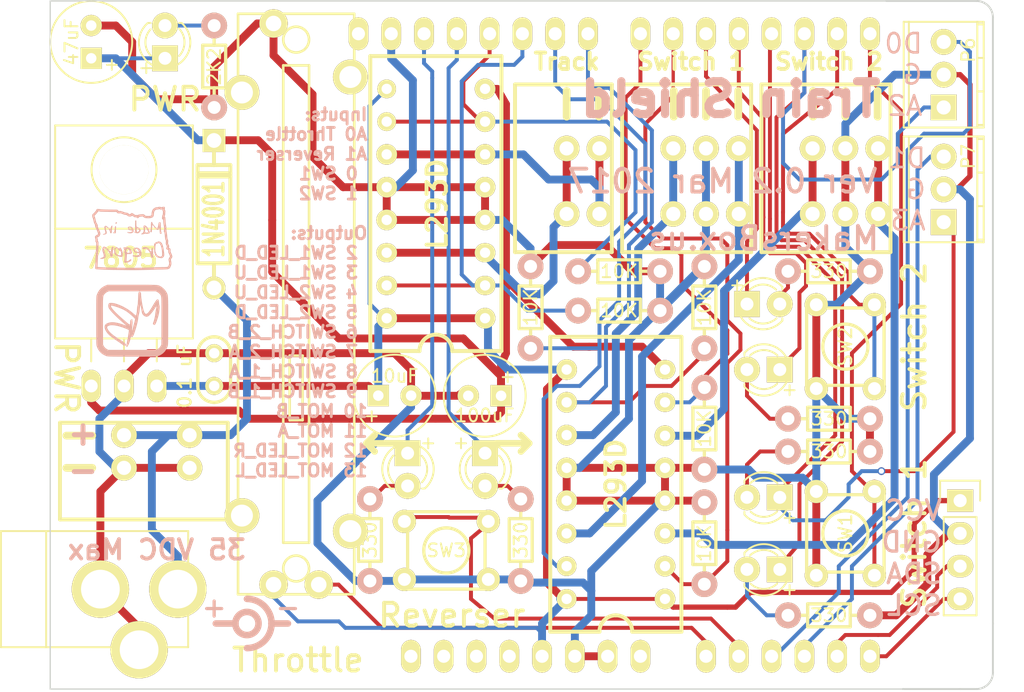
<source format=kicad_pcb>
(kicad_pcb (version 4) (host pcbnew 4.0.4-stable)
  (layers (0 F.Cu signal) (31 B.Cu signal) (34 B.Paste user) (35 F.Paste user) (36 B.SilkS user) (37 F.SilkS user) (38 B.Mask user hide) (39 F.Mask user hide) (44 Edge.Cuts user))
  (net 0 "")
  (net 1 +5V)
  (net 2 GND)
  (net 3 +12V)
  (net 4 /MOT_A)
  (net 5 /MOT_B)
  (net 6 /M_1)
  (net 7 "Net-(CON1-Pad1)")
  (net 8 "Net-(D10-Pad1)")
  (net 9 "Net-(D11-Pad1)")
  (net 10 "Net-(D12-Pad1)")
  (net 11 "Net-(D13-Pad1)")
  (net 12 "Net-(D13-Pad2)")
  (net 13 "Net-(D14-Pad1)")
  (net 14 "Net-(D14-Pad2)")
  (net 15 "Net-(D15-Pad1)")
  (net 16 "Net-(D15-Pad2)")
  (net 17 "Net-(D16-Pad1)")
  (net 18 "Net-(D16-Pad2)")
  (net 19 "Net-(D10-Pad2)")
  (net 20 "Net-(D11-Pad2)")
  (net 21 /M_2)
  (net 22 "Net-(SHIELD1-PadAD1)")
  (net 23 "Net-(RV1-Pad2)")
  (net 24 "Net-(P5-Pad4)")
  (net 25 "Net-(P5-Pad3)")
  (net 26 "Net-(P7-Pad3)")
  (net 27 "Net-(P6-Pad3)")
  (net 28 /SWITCH_1_A)
  (net 29 /SWITCH_1_B)
  (net 30 /SWITCH_2_A)
  (net 31 /SWITCH_2_B)
  (net 32 "Net-(P2-Pad3)")
  (net 33 "Net-(P2-Pad1)")
  (net 34 "Net-(P4-Pad3)")
  (net 35 "Net-(P4-Pad1)")
  (net 36 "Net-(SHIELD1-Pad0)")
  (net 37 "Net-(SHIELD1-Pad1)")
  (module freetronics_footprints:ARDUINO_SHIELD (layer F.Cu) (at 107.315 118.745)
    (fp_text reference SHIELD1 hide)
    (fp_text value ARDUINO_SHIELD hide)
    (fp_line (start 64.77 -53.34) (end 0 -53.34) (layer Edge.Cuts) (width 0.1))
    (fp_line (start 66.04 0) (end 0 0) (layer Edge.Cuts) (width 0.1))
    (fp_line (start 0 0) (end 0 -53.34) (layer Edge.Cuts) (width 0.1))
    (pad AD5 thru_hole oval (at 63.5 -2.54 90) (size 2.54 1.524) (drill 1.016) (layers *.Cu *.Mask F.SilkS) (net 24 "Net-(P5-Pad4)"))
    (pad AD4 thru_hole oval (at 60.96 -2.54 90) (size 2.54 1.524) (drill 1.016) (layers *.Cu *.Mask F.SilkS) (net 25 "Net-(P5-Pad3)"))
    (pad AD3 thru_hole oval (at 58.42 -2.54 90) (size 2.54 1.524) (drill 1.016) (layers *.Cu *.Mask F.SilkS) (net 26 "Net-(P7-Pad3)"))
    (pad AD0 thru_hole oval (at 50.8 -2.54 90) (size 2.54 1.524) (drill 1.016) (layers *.Cu *.Mask F.SilkS) (net 23 "Net-(RV1-Pad2)"))
    (pad AD1 thru_hole oval (at 53.34 -2.54 90) (size 2.54 1.524) (drill 1.016) (layers *.Cu *.Mask F.SilkS) (net 22 "Net-(SHIELD1-PadAD1)"))
    (pad AD2 thru_hole oval (at 55.88 -2.54 90) (size 2.54 1.524) (drill 1.016) (layers *.Cu *.Mask F.SilkS) (net 27 "Net-(P6-Pad3)"))
    (pad V_IN thru_hole oval (at 45.72 -2.54 90) (size 2.54 1.524) (drill 1.016) (layers *.Cu *.Mask F.SilkS))
    (pad GND2 thru_hole oval (at 43.18 -2.54 90) (size 2.54 1.524) (drill 1.016) (layers *.Cu *.Mask F.SilkS) (net 2 GND))
    (pad GND1 thru_hole oval (at 40.64 -2.54 90) (size 2.54 1.524) (drill 1.016) (layers *.Cu *.Mask F.SilkS) (net 2 GND))
    (pad 3V3 thru_hole oval (at 35.56 -2.54 90) (size 2.54 1.524) (drill 1.016) (layers *.Cu *.Mask F.SilkS))
    (pad RST thru_hole oval (at 33.02 -2.54 90) (size 2.54 1.524) (drill 1.016) (layers *.Cu *.Mask F.SilkS))
    (pad 0 thru_hole oval (at 63.5 -50.8 90) (size 2.54 1.524) (drill 1.016) (layers *.Cu *.Mask F.SilkS) (net 36 "Net-(SHIELD1-Pad0)"))
    (pad 1 thru_hole oval (at 60.96 -50.8 90) (size 2.54 1.524) (drill 1.016) (layers *.Cu *.Mask F.SilkS) (net 37 "Net-(SHIELD1-Pad1)"))
    (pad 2 thru_hole oval (at 58.42 -50.8 90) (size 2.54 1.524) (drill 1.016) (layers *.Cu *.Mask F.SilkS) (net 18 "Net-(D16-Pad2)"))
    (pad 3 thru_hole oval (at 55.88 -50.8 90) (size 2.54 1.524) (drill 1.016) (layers *.Cu *.Mask F.SilkS) (net 16 "Net-(D15-Pad2)"))
    (pad 4 thru_hole oval (at 53.34 -50.8 90) (size 2.54 1.524) (drill 1.016) (layers *.Cu *.Mask F.SilkS) (net 14 "Net-(D14-Pad2)"))
    (pad 5 thru_hole oval (at 50.8 -50.8 90) (size 2.54 1.524) (drill 1.016) (layers *.Cu *.Mask F.SilkS) (net 12 "Net-(D13-Pad2)"))
    (pad 6 thru_hole oval (at 48.26 -50.8 90) (size 2.54 1.524) (drill 1.016) (layers *.Cu *.Mask F.SilkS) (net 31 /SWITCH_2_B))
    (pad 7 thru_hole oval (at 45.72 -50.8 90) (size 2.54 1.524) (drill 1.016) (layers *.Cu *.Mask F.SilkS) (net 30 /SWITCH_2_A))
    (pad 8 thru_hole oval (at 41.656 -50.8 90) (size 2.54 1.524) (drill 1.016) (layers *.Cu *.Mask F.SilkS) (net 28 /SWITCH_1_A))
    (pad 9 thru_hole oval (at 39.116 -50.8 90) (size 2.54 1.524) (drill 1.016) (layers *.Cu *.Mask F.SilkS) (net 29 /SWITCH_1_B))
    (pad 10 thru_hole oval (at 36.576 -50.8 90) (size 2.54 1.524) (drill 1.016) (layers *.Cu *.Mask F.SilkS) (net 5 /MOT_B))
    (pad 11 thru_hole oval (at 34.036 -50.8 90) (size 2.54 1.524) (drill 1.016) (layers *.Cu *.Mask F.SilkS) (net 4 /MOT_A))
    (pad 12 thru_hole oval (at 31.496 -50.8 90) (size 2.54 1.524) (drill 1.016) (layers *.Cu *.Mask F.SilkS) (net 19 "Net-(D10-Pad2)"))
    (pad 13 thru_hole oval (at 28.956 -50.8 90) (size 2.54 1.524) (drill 1.016) (layers *.Cu *.Mask F.SilkS) (net 20 "Net-(D11-Pad2)"))
    (pad GND3 thru_hole oval (at 26.416 -50.8 90) (size 2.54 1.524) (drill 1.016) (layers *.Cu *.Mask F.SilkS) (net 2 GND))
    (pad AREF thru_hole oval (at 23.876 -50.8 90) (size 2.54 1.524) (drill 1.016) (layers *.Cu *.Mask F.SilkS))
    (pad 5V thru_hole oval (at 38.1 -2.54 90) (size 2.54 1.524) (drill 1.016) (layers *.Cu *.Mask F.SilkS) (net 1 +5V))
    (pad IO_R thru_hole oval (at 30.48 -2.54 90) (size 2.54 1.524) (drill 1.016) (layers *.Cu *.Mask F.SilkS))
    (pad NC thru_hole oval (at 27.94 -2.54 90) (size 2.54 1.524) (drill 1.016) (layers *.Cu *.Mask F.SilkS))
  )
  (module Terminal_Blocks:TerminalBlock_Pheonix_MPT-2.54mm_3pol (layer F.Cu) (at 176.53 73.66 90)
    (fp_text reference P6 (at 4.445 1.905 90) (layer F.SilkS))
    (fp_text value CONN_01X03)
    (pad 3 thru_hole oval (at 5.08 0 90) (size 1.99898 1.99898) (drill 1.09728) (layers *.Cu *.Mask F.SilkS) (net 27 "Net-(P6-Pad3)"))
    (pad 1 thru_hole rect (at 0 0 90) (size 1.99898 1.99898) (drill 1.09728) (layers *.Cu *.Mask F.SilkS) (net 18 "Net-(D16-Pad2)"))
    (pad 2 thru_hole oval (at 2.54 0 90) (size 1.99898 1.99898) (drill 1.09728) (layers *.Cu *.Mask F.SilkS) (net 2 GND))
  )
  (module Housings_DIP:DIP-16_W7.62mm (layer F.Cu) (at 154.94 111.76 180)
    (fp_text reference U3 hide)
    (fp_text value L293D)
    (pad 1 thru_hole oval (at 0 0 180) (size 1.6 1.6) (drill 0.8) (layers *.Cu *.Mask F.SilkS) (net 1 +5V))
    (pad 2 thru_hole oval (at 0 2.54 180) (size 1.6 1.6) (drill 0.8) (layers *.Cu *.Mask F.SilkS) (net 31 /SWITCH_2_B))
    (pad 3 thru_hole oval (at 0 5.08 180) (size 1.6 1.6) (drill 0.8) (layers *.Cu *.Mask F.SilkS) (net 33 "Net-(P2-Pad1)"))
    (pad 4 thru_hole oval (at 0 7.62 180) (size 1.6 1.6) (drill 0.8) (layers *.Cu *.Mask F.SilkS) (net 2 GND))
    (pad 5 thru_hole oval (at 0 10.16 180) (size 1.6 1.6) (drill 0.8) (layers *.Cu *.Mask F.SilkS) (net 2 GND))
    (pad 6 thru_hole oval (at 0 12.6492 180) (size 1.6 1.6) (drill 0.8) (layers *.Cu *.Mask F.SilkS) (net 32 "Net-(P2-Pad3)"))
    (pad 7 thru_hole oval (at 0 15.24 180) (size 1.6 1.4732) (drill 0.8) (layers *.Cu *.Mask F.SilkS) (net 30 /SWITCH_2_A))
    (pad 8 thru_hole oval (at 0 17.78 180) (size 1.6 1.4732) (drill 0.8) (layers *.Cu *.Mask F.SilkS) (net 3 +12V))
    (pad 9 thru_hole oval (at 7.62 17.78 180) (size 1.6 1.6) (drill 0.8) (layers *.Cu *.Mask F.SilkS) (net 1 +5V))
    (pad 10 thru_hole oval (at 7.62 15.24 180) (size 1.6 1.6) (drill 0.8) (layers *.Cu *.Mask F.SilkS) (net 28 /SWITCH_1_A))
    (pad 11 thru_hole oval (at 7.62 12.7 180) (size 1.6 1.6) (drill 0.8) (layers *.Cu *.Mask F.SilkS) (net 34 "Net-(P4-Pad3)"))
    (pad 12 thru_hole oval (at 7.62 10.16 180) (size 1.6 1.6) (drill 0.8) (layers *.Cu *.Mask F.SilkS) (net 2 GND))
    (pad 13 thru_hole oval (at 7.62 7.62 180) (size 1.6 1.6) (drill 0.8) (layers *.Cu *.Mask F.SilkS) (net 2 GND))
    (pad 14 thru_hole circle (at 7.62 5.08 180) (size 1.524 1.524) (drill 0.8) (layers *.Cu *.Mask F.SilkS) (net 35 "Net-(P4-Pad1)"))
    (pad 15 thru_hole circle (at 7.62 2.54 180) (size 1.524 1.524) (drill 0.8) (layers *.Cu *.Mask F.SilkS) (net 29 /SWITCH_1_B))
    (pad 16 thru_hole circle (at 7.62 0 180) (size 1.524 1.524) (drill 0.8) (layers *.Cu *.Mask F.SilkS) (net 1 +5V))
  )
  (module Housings_DIP:DIP-16_W7.62mm (layer F.Cu) (at 141 90 180)
    (fp_text reference U2 hide)
    (fp_text value L293D)
    (pad 1 thru_hole oval (at 0 0 180) (size 1.6 1.6) (drill 0.8) (layers *.Cu *.Mask F.SilkS) (net 1 +5V))
    (pad 2 thru_hole oval (at 0 2.54 180) (size 1.6 1.4732) (drill 0.8) (layers *.Cu *.Mask F.SilkS) (net 5 /MOT_B))
    (pad 3 thru_hole oval (at 0 5.08 180) (size 1.6 1.4732) (drill 0.8) (layers *.Cu *.Mask F.SilkS) (net 21 /M_2))
    (pad 4 thru_hole oval (at 0 7.62 180) (size 1.6 1.6) (drill 0.8) (layers *.Cu *.Mask F.SilkS) (net 2 GND))
    (pad 5 thru_hole oval (at 0 10.16 180) (size 1.6 1.6) (drill 0.8) (layers *.Cu *.Mask F.SilkS) (net 2 GND))
    (pad 6 thru_hole oval (at 0 12.7 180) (size 1.6 1.6) (drill 0.8) (layers *.Cu *.Mask F.SilkS) (net 6 /M_1))
    (pad 7 thru_hole oval (at 0 15.24 180) (size 1.6 1.6) (drill 0.8) (layers *.Cu *.Mask F.SilkS) (net 4 /MOT_A))
    (pad 8 thru_hole oval (at 0 17.78 180) (size 1.6 1.6) (drill 0.8) (layers *.Cu *.Mask F.SilkS) (net 3 +12V))
    (pad 9 thru_hole circle (at 7.62 17.78 180) (size 1.4478 1.4478) (drill 0.8) (layers *.Cu *.Mask F.SilkS) (net 1 +5V))
    (pad 10 thru_hole circle (at 7.62 15.24 180) (size 1.4478 1.4478) (drill 0.8) (layers *.Cu *.Mask F.SilkS) (net 4 /MOT_A))
    (pad 11 thru_hole oval (at 7.62 12.7 180) (size 1.6 1.6) (drill 0.8) (layers *.Cu *.Mask F.SilkS) (net 6 /M_1))
    (pad 12 thru_hole oval (at 7.62 10.16 180) (size 1.6 1.6) (drill 0.8) (layers *.Cu *.Mask F.SilkS) (net 2 GND))
    (pad 13 thru_hole oval (at 7.62 7.62 180) (size 1.6 1.6) (drill 0.8) (layers *.Cu *.Mask F.SilkS) (net 2 GND))
    (pad 14 thru_hole oval (at 7.62 5.08 180) (size 1.6 1.4732) (drill 0.8) (layers *.Cu *.Mask F.SilkS) (net 21 /M_2))
    (pad 15 thru_hole oval (at 7.62 2.54 180) (size 1.6 1.4732) (drill 0.8) (layers *.Cu *.Mask F.SilkS) (net 5 /MOT_B))
    (pad 16 thru_hole oval (at 7.62 0 180) (size 1.6 1.6) (drill 0.8) (layers *.Cu *.Mask F.SilkS) (net 1 +5V))
  )
  (module myFootPrints:1N4001 (layer F.Cu) (at 120 81.3 90)
    (fp_text reference D1 hide)
    (fp_text value 1N4001 (at -1.016 0 90) (layer F.SilkS) (effects (font (size 1.524 1.016) (thickness 0.254))))
    (pad 2 thru_hole circle (at -6.35 0 90) (size 1.778 1.778) (drill 1.143) (layers *.Cu *.Mask F.SilkS) (net 7 "Net-(CON1-Pad1)"))
    (pad 1 thru_hole rect (at 5.08 0 90) (size 1.778 1.778) (drill 1.143) (layers *.Cu *.Mask F.SilkS) (net 3 +12V))
  )
  (module myFootPrints:SW_PUSH_SMALL (layer F.Cu) (at 168.91 92.202 270)
    (fp_text reference SW2 (at 0 0 270) (layer F.SilkS))
    (fp_text value SW_PUSHBUTTON hide)
    (pad 1 thru_hole circle (at 3.25 -2.25 270) (size 1.8 1.8) (drill 1) (layers *.Cu *.Mask F.SilkS) (net 37 "Net-(SHIELD1-Pad1)"))
    (pad 2 thru_hole circle (at 3.25 2.25 270) (size 1.8 1.8) (drill 1) (layers *.Cu *.Mask F.SilkS) (net 2 GND))
    (pad 1 thru_hole circle (at -3.25 -2.25 270) (size 1.8 1.8) (drill 1) (layers *.Cu *.Mask F.SilkS) (net 37 "Net-(SHIELD1-Pad1)"))
    (pad 2 thru_hole circle (at -3.25 2.25 270) (size 1.8 1.8) (drill 1) (layers *.Cu *.Mask F.SilkS) (net 2 GND))
  )
  (module SW_PUSH_SMALL (layer F.Cu) (at 138 108)
    (fp_text reference SW3 (at 0 0) (layer F.SilkS))
    (fp_text value SW_PUSHBUTTON hide)
    (pad 1 thru_hole circle (at 3.25 -2.25) (size 1.8 1.8) (drill 1) (layers *.Cu *.Mask F.SilkS) (net 22 "Net-(SHIELD1-PadAD1)"))
    (pad 2 thru_hole circle (at 3.25 2.25) (size 1.8 1.8) (drill 1) (layers *.Cu *.Mask F.SilkS) (net 2 GND))
    (pad 1 thru_hole circle (at -3.25 -2.25) (size 1.8 1.8) (drill 1) (layers *.Cu *.Mask F.SilkS) (net 22 "Net-(SHIELD1-PadAD1)"))
    (pad 2 thru_hole circle (at -3.25 2.25) (size 1.8 1.8) (drill 1) (layers *.Cu *.Mask F.SilkS) (net 2 GND))
  )
  (module freetronics_footprints:1X01 (layer F.Cu) (at 122.555 113.665)
    (fp_text reference 1X01)
    (fp_text value val** hide)
    (fp_text user - (at 3.175 -1.27) (layer B.SilkS) (effects (font (thickness 0.254)) (justify mirror)))
    (fp_text user + (at -2.54 -1.27) (layer B.SilkS) (effects (font (thickness 0.254)) (justify mirror)))
  )
  (module myFootPrints:TERMx2 (layer F.Cu) (at 115.57 101.6 270)
    (fp_text reference P3 hide)
    (fp_text value TERM_2)
    (pad 2 thru_hole circle (at 0 2.54 270) (size 1.9812 1.9812) (drill 1.1) (layers *.Cu *.Mask F.SilkS) (net 2 GND))
    (pad 1 thru_hole circle (at -2.54 2.54 270) (size 1.9812 1.9812) (drill 1.1) (layers *.Cu *.Mask F.SilkS) (net 7 "Net-(CON1-Pad1)"))
    (pad 2 thru_hole circle (at 0 -2.54 270) (size 1.9812 1.9812) (drill 1.1) (layers *.Cu *.Mask F.SilkS) (net 2 GND))
    (pad 1 thru_hole circle (at -2.54 -2.54 270) (size 1.9812 1.9812) (drill 1.1) (layers *.Cu *.Mask F.SilkS) (net 7 "Net-(CON1-Pad1)"))
  )
  (module myFootPrints:TERMx3 (layer F.Cu) (at 168.91 79.375 180)
    (fp_text reference P2 hide)
    (fp_text value TERMx3)
    (pad 3 thru_hole circle (at 2.54 2.54 180) (size 1.9812 1.9812) (drill 1.1) (layers *.Cu *.Mask F.SilkS) (net 32 "Net-(P2-Pad3)"))
    (pad 2 thru_hole circle (at 0 2.54 180) (size 1.9812 1.9812) (drill 1.1) (layers *.Cu *.Mask F.SilkS) (net 2 GND))
    (pad 1 thru_hole circle (at -2.54 2.54 180) (size 1.9812 1.9812) (drill 1.1) (layers *.Cu *.Mask F.SilkS) (net 33 "Net-(P2-Pad1)"))
    (pad 3 thru_hole circle (at 2.54 -2.54 180) (size 1.9812 1.9812) (drill 1.1) (layers *.Cu *.Mask F.SilkS) (net 32 "Net-(P2-Pad3)"))
    (pad 2 thru_hole circle (at 0 -2.54 180) (size 1.9812 1.9812) (drill 1.1) (layers *.Cu *.Mask F.SilkS) (net 2 GND))
    (pad 1 thru_hole circle (at -2.54 -2.54 180) (size 1.9812 1.9812) (drill 1.1) (layers *.Cu *.Mask F.SilkS) (net 33 "Net-(P2-Pad1)"))
  )
  (module myFootPrints:TERMx3 (layer F.Cu) (at 158.115 79.375 180)
    (fp_text reference P4 hide)
    (fp_text value TERMx3)
    (pad 3 thru_hole circle (at 2.54 2.54 180) (size 1.9812 1.9812) (drill 1.1) (layers *.Cu *.Mask F.SilkS) (net 34 "Net-(P4-Pad3)"))
    (pad 2 thru_hole circle (at 0 2.54 180) (size 1.9812 1.9812) (drill 1.1) (layers *.Cu *.Mask F.SilkS) (net 2 GND))
    (pad 1 thru_hole circle (at -2.54 2.54 180) (size 1.9812 1.9812) (drill 1.1) (layers *.Cu *.Mask F.SilkS) (net 35 "Net-(P4-Pad1)"))
    (pad 3 thru_hole circle (at 2.54 -2.54 180) (size 1.9812 1.9812) (drill 1.1) (layers *.Cu *.Mask F.SilkS) (net 34 "Net-(P4-Pad3)"))
    (pad 2 thru_hole circle (at 0 -2.54 180) (size 1.9812 1.9812) (drill 1.1) (layers *.Cu *.Mask F.SilkS) (net 2 GND))
    (pad 1 thru_hole circle (at -2.54 -2.54 180) (size 1.9812 1.9812) (drill 1.1) (layers *.Cu *.Mask F.SilkS) (net 35 "Net-(P4-Pad1)"))
  )
  (module myFootPrints:TERMx2 (layer F.Cu) (at 147.32 79.375 180)
    (fp_text reference P1 hide)
    (fp_text value TERM_2)
    (pad 2 thru_hole circle (at 0 2.54 180) (size 1.9812 1.9812) (drill 1.1) (layers *.Cu *.Mask F.SilkS) (net 21 /M_2))
    (pad 1 thru_hole circle (at -2.54 2.54 180) (size 1.9812 1.9812) (drill 1.1) (layers *.Cu *.Mask F.SilkS) (net 6 /M_1))
    (pad 2 thru_hole circle (at 0 -2.54 180) (size 1.9812 1.9812) (drill 1.1) (layers *.Cu *.Mask F.SilkS) (net 21 /M_2))
    (pad 1 thru_hole circle (at -2.54 -2.54 180) (size 1.9812 1.9812) (drill 1.1) (layers *.Cu *.Mask F.SilkS) (net 6 /M_1))
  )
  (module Connect:BARREL_JACK (layer F.Cu) (at 111 111)
    (fp_text reference CON1 hide)
    (fp_text value BARREL_JACK)
    (pad 1 thru_hole circle (at 6.20014 0) (size 4.445 4.445) (drill 2.99974) (layers *.Cu *.Mask F.SilkS) (net 7 "Net-(CON1-Pad1)"))
    (pad 2 thru_hole circle (at 0.20066 0) (size 4.445 4.445) (drill 2.99974) (layers *.Cu *.Mask F.SilkS) (net 2 GND))
    (pad 3 thru_hole circle (at 3.2004 4.699) (size 4.445 4.445) (drill 2.99974) (layers *.Cu *.Mask F.SilkS) (net 2 GND))
  )
  (module TO_SOT_Packages_THT:TO-220_Neutral123_Horizontal (layer F.Cu) (at 113.03 95.25)
    (fp_text reference U1 hide)
    (fp_text value 7805)
    (pad GND thru_hole oval (at 0 0 90) (size 2.49936 1.50114) (drill 1.00076) (layers *.Cu *.Mask F.SilkS) (net 2 GND))
    (pad VI thru_hole oval (at -2.54 0 90) (size 2.49936 1.50114) (drill 1.00076) (layers *.Cu *.Mask F.SilkS) (net 3 +12V))
    (pad VO thru_hole oval (at 2.54 0 90) (size 2.49936 1.50114) (drill 1.00076) (layers *.Cu *.Mask F.SilkS) (net 1 +5V))
    (pad "" np_thru_hole circle (at 0 -16.764 90) (size 3.79984 3.79984) (drill 3.79984) (layers *.Cu *.Mask F.SilkS))
  )
  (module myFootPrints:C1 (layer F.Cu) (at 120.015 93.98 90)
    (fp_text reference C1 hide)
    (fp_text value "0.1 uF" (at -0.508 -2.286 90) (layer F.SilkS) (effects (font (size 1.016 1.016) (thickness 0.1778))))
    (pad 1 thru_hole circle (at -1.27 0 90) (size 1.397 1.397) (drill 0.8128) (layers *.Cu *.Mask F.SilkS) (net 1 +5V))
    (pad 2 thru_hole circle (at 1.27 0 90) (size 1.397 1.397) (drill 0.8128) (layers *.Cu *.Mask F.SilkS) (net 2 GND))
  )
  (module myFootPrints:C2 (layer F.Cu) (at 110.49 68.58 90)
    (fp_text reference C2 hide)
    (fp_text value 47uF (at 0 -1.524 90) (layer F.SilkS))
    (fp_text user + (at -1.778 1.524 90) (layer F.SilkS))
    (pad 1 thru_hole rect (at -1.27 0 90) (size 1.651 1.651) (drill 0.8128) (layers *.Cu *.Mask F.SilkS) (net 3 +12V))
    (pad 2 thru_hole circle (at 1.27 0 90) (size 1.651 1.651) (drill 0.8128) (layers *.Cu *.Mask F.SilkS) (net 2 GND))
  )
  (module myFootPrints:C2 (layer F.Cu) (at 140.97 96.012 180)
    (fp_text reference C3 hide)
    (fp_text value 100uF (at 0 -1.524 180) (layer F.SilkS))
    (fp_text user + (at -1.778 1.524 180) (layer F.SilkS))
    (pad 1 thru_hole rect (at -1.27 0 180) (size 1.651 1.651) (drill 0.8128) (layers *.Cu *.Mask F.SilkS) (net 3 +12V))
    (pad 2 thru_hole circle (at 1.27 0 180) (size 1.651 1.651) (drill 0.8128) (layers *.Cu *.Mask F.SilkS) (net 2 GND))
  )
  (module myFootPrints:C2 (layer F.Cu) (at 134 96)
    (fp_text reference C4 hide)
    (fp_text value 10uF (at 0 -1.524) (layer F.SilkS))
    (fp_text user + (at -1.778 1.524) (layer F.SilkS))
    (pad 1 thru_hole rect (at -1.27 0) (size 1.651 1.651) (drill 0.8128) (layers *.Cu *.Mask F.SilkS) (net 1 +5V))
    (pad 2 thru_hole circle (at 1.27 0) (size 1.651 1.651) (drill 0.8128) (layers *.Cu *.Mask F.SilkS) (net 2 GND))
  )
  (module myFootPrints:BOURNS-PTA3043_30mm-slide-pot (layer F.Cu) (at 126.365 88.9 90)
    (fp_text reference RV1 hide)
    (fp_text value POT hide)
    (pad 1 thru_hole circle (at -21.75 -1.75 90) (size 2.2 2.2) (drill 1.2) (layers *.Cu *.Mask F.SilkS) (net 1 +5V))
    (pad 2 thru_hole circle (at -21.75 1.75 90) (size 2.2 2.2) (drill 1.2) (layers *.Cu *.Mask F.SilkS) (net 23 "Net-(RV1-Pad2)"))
    (pad 3 thru_hole circle (at 21.75 -1.75 90) (size 2.2 2.2) (drill 1.2) (layers *.Cu *.Mask F.SilkS) (net 2 GND))
    (pad "" thru_hole circle (at -16.4 -4.2 90) (size 2.7 2.7) (drill 1.7) (layers *.Cu *.Mask F.SilkS))
    (pad "" thru_hole circle (at 16.4 -4.2 90) (size 2.7 2.7) (drill 1.7) (layers *.Cu *.Mask F.SilkS))
    (pad "" thru_hole circle (at -17.6 4.2 90) (size 2.7 2.7) (drill 1.7) (layers *.Cu *.Mask F.SilkS))
    (pad "" thru_hole circle (at 17.6 4.2 90) (size 2.7 2.7) (drill 1.7) (layers *.Cu *.Mask F.SilkS))
  )
  (module myFootPrints:Resistor_Horz (layer F.Cu) (at 143.764 107.188 90)
    (fp_text reference R5)
    (fp_text value 330 (at 0 0 90) (layer F.SilkS))
    (pad 1 thru_hole circle (at -3.175 0 90) (size 1.99898 1.99898) (drill 1.00076) (layers *.Cu *.SilkS *.Mask) (net 2 GND))
    (pad 2 thru_hole circle (at 3.175 0 90) (size 1.99898 1.99898) (drill 1.00076) (layers *.Cu *.SilkS *.Mask) (net 8 "Net-(D10-Pad1)"))
  )
  (module myFootPrints:Resistor_Horz (layer F.Cu) (at 132.08 107.188 90)
    (fp_text reference R6)
    (fp_text value 330 (at 0 0 90) (layer F.SilkS))
    (pad 1 thru_hole circle (at -3.175 0 90) (size 1.99898 1.99898) (drill 1.00076) (layers *.Cu *.SilkS *.Mask) (net 2 GND))
    (pad 2 thru_hole circle (at 3.175 0 90) (size 1.99898 1.99898) (drill 1.00076) (layers *.Cu *.SilkS *.Mask) (net 9 "Net-(D11-Pad1)"))
  )
  (module myFootPrints:Resistor_Horz (layer F.Cu) (at 120.015 70.485 90)
    (fp_text reference R1)
    (fp_text value 2K2 (at 0 0 90) (layer F.SilkS))
    (pad 1 thru_hole circle (at -3.175 0 90) (size 1.99898 1.99898) (drill 1.00076) (layers *.Cu *.SilkS *.Mask) (net 2 GND))
    (pad 2 thru_hole circle (at 3.175 0 90) (size 1.99898 1.99898) (drill 1.00076) (layers *.Cu *.SilkS *.Mask) (net 10 "Net-(D12-Pad1)"))
  )
  (module myFootPrints:Resistor_Horz (layer F.Cu) (at 167.64 86.36 180)
    (fp_text reference R2)
    (fp_text value 330 (at 0 0 180) (layer F.SilkS))
    (pad 1 thru_hole circle (at -3.175 0 180) (size 1.99898 1.99898) (drill 1.00076) (layers *.Cu *.SilkS *.Mask) (net 2 GND))
    (pad 2 thru_hole circle (at 3.175 0 180) (size 1.99898 1.99898) (drill 1.00076) (layers *.Cu *.SilkS *.Mask) (net 11 "Net-(D13-Pad1)"))
  )
  (module myFootPrints:Resistor_Horz (layer F.Cu) (at 167.64 97.79 180)
    (fp_text reference R3)
    (fp_text value 330 (at 0 0 180) (layer F.SilkS))
    (pad 1 thru_hole circle (at -3.175 0 180) (size 1.99898 1.99898) (drill 1.00076) (layers *.Cu *.SilkS *.Mask) (net 2 GND))
    (pad 2 thru_hole circle (at 3.175 0 180) (size 1.99898 1.99898) (drill 1.00076) (layers *.Cu *.SilkS *.Mask) (net 13 "Net-(D14-Pad1)"))
  )
  (module myFootPrints:Resistor_Horz (layer F.Cu) (at 167.64 100.33 180)
    (fp_text reference R4)
    (fp_text value 330 (at 0 0 180) (layer F.SilkS))
    (pad 1 thru_hole circle (at -3.175 0 180) (size 1.99898 1.99898) (drill 1.00076) (layers *.Cu *.SilkS *.Mask) (net 2 GND))
    (pad 2 thru_hole circle (at 3.175 0 180) (size 1.99898 1.99898) (drill 1.00076) (layers *.Cu *.SilkS *.Mask) (net 15 "Net-(D15-Pad1)"))
  )
  (module myFootPrints:Resistor_Horz (layer F.Cu) (at 167.64 113.03 180)
    (fp_text reference R7)
    (fp_text value 330 (at 0 0 180) (layer F.SilkS))
    (pad 1 thru_hole circle (at -3.175 0 180) (size 1.99898 1.99898) (drill 1.00076) (layers *.Cu *.SilkS *.Mask) (net 2 GND))
    (pad 2 thru_hole circle (at 3.175 0 180) (size 1.99898 1.99898) (drill 1.00076) (layers *.Cu *.SilkS *.Mask) (net 17 "Net-(D16-Pad1)"))
  )
  (module myFootPrints:LED-3MM (layer F.Cu) (at 141 103 90)
    (fp_text reference D10 hide)
    (fp_text value LED)
    (fp_text user + (at 3.305 -1.935 90) (layer F.SilkS))
    (pad 1 thru_hole circle (at 0 0 180) (size 2 2) (drill 1.00076) (layers *.Cu *.Mask F.SilkS) (net 8 "Net-(D10-Pad1)"))
    (pad 2 thru_hole rect (at 2.54 0 90) (size 2 2) (drill 1.00076) (layers *.Cu *.Mask F.SilkS) (net 19 "Net-(D10-Pad2)"))
  )
  (module myFootPrints:LED-3MM (layer F.Cu) (at 135 103 90)
    (fp_text reference D11 hide)
    (fp_text value LED)
    (fp_text user + (at 3.302 1.524 90) (layer F.SilkS))
    (pad 1 thru_hole circle (at 0 0 180) (size 2 2) (drill 1.00076) (layers *.Cu *.Mask F.SilkS) (net 9 "Net-(D11-Pad1)"))
    (pad 2 thru_hole rect (at 2.54 0 90) (size 2 2) (drill 1.00076) (layers *.Cu *.Mask F.SilkS) (net 20 "Net-(D11-Pad2)"))
  )
  (module myFootPrints:LED-3MM (layer F.Cu) (at 116.205 67.31 270)
    (fp_text reference D12 hide)
    (fp_text value LED)
    (fp_text user + (at 3.302 1.524 270) (layer F.SilkS))
    (pad 1 thru_hole circle (at 0 0) (size 2 2) (drill 1.00076) (layers *.Cu *.Mask F.SilkS) (net 10 "Net-(D12-Pad1)"))
    (pad 2 thru_hole rect (at 2.54 0 270) (size 2 2) (drill 1.00076) (layers *.Cu *.Mask F.SilkS) (net 3 +12V))
  )
  (module myFootPrints:LED-3MM (layer F.Cu) (at 163.83 88.9 180)
    (fp_text reference D13 hide)
    (fp_text value LED)
    (fp_text user + (at 3.302 1.524 180) (layer F.SilkS))
    (pad 1 thru_hole circle (at 0 0 270) (size 2 2) (drill 1.00076) (layers *.Cu *.Mask F.SilkS) (net 11 "Net-(D13-Pad1)"))
    (pad 2 thru_hole rect (at 2.54 0 180) (size 2 2) (drill 1.00076) (layers *.Cu *.Mask F.SilkS) (net 12 "Net-(D13-Pad2)"))
  )
  (module myFootPrints:LED-3MM (layer F.Cu) (at 161.29 93.98)
    (fp_text reference D14 hide)
    (fp_text value LED)
    (fp_text user + (at 3.302 1.524) (layer F.SilkS))
    (pad 1 thru_hole circle (at 0 0 90) (size 2 2) (drill 1.00076) (layers *.Cu *.Mask F.SilkS) (net 13 "Net-(D14-Pad1)"))
    (pad 2 thru_hole rect (at 2.54 0) (size 2 2) (drill 1.00076) (layers *.Cu *.Mask F.SilkS) (net 14 "Net-(D14-Pad2)"))
  )
  (module myFootPrints:LED-3MM (layer F.Cu) (at 161.29 103.886)
    (fp_text reference D15 hide)
    (fp_text value LED)
    (fp_text user + (at 3.302 1.524) (layer F.SilkS))
    (pad 1 thru_hole circle (at 0 0 90) (size 2 2) (drill 1.00076) (layers *.Cu *.Mask F.SilkS) (net 15 "Net-(D15-Pad1)"))
    (pad 2 thru_hole rect (at 2.54 0) (size 2 2) (drill 1.00076) (layers *.Cu *.Mask F.SilkS) (net 16 "Net-(D15-Pad2)"))
  )
  (module myFootPrints:LED-3MM (layer F.Cu) (at 161.29 109.474)
    (fp_text reference D16 hide)
    (fp_text value LED)
    (fp_text user + (at 3.302 1.524) (layer F.SilkS))
    (pad 1 thru_hole circle (at 0 0 90) (size 2 2) (drill 1.00076) (layers *.Cu *.Mask F.SilkS) (net 17 "Net-(D16-Pad1)"))
    (pad 2 thru_hole rect (at 2.54 0) (size 2 2) (drill 1.00076) (layers *.Cu *.Mask F.SilkS) (net 18 "Net-(D16-Pad2)"))
  )
  (module myFootPrints:MadeInOregonRev25 (layer F.Cu) (at 113.665 83.82)
    (fp_text reference VAL hide)
    (fp_text value MadeInOregonRev25 hide)
  )
  (module myFootPrints:MB225rev (layer F.Cu) (at 113.665 90.17)
    (fp_text reference VAL hide)
    (fp_text value MB225rev hide)
  )
  (module myFootPrints:SW_PUSH_SMALL (layer F.Cu) (at 168.91 106.68 270)
    (fp_text reference SW1 (at 0 0 270) (layer F.SilkS))
    (fp_text value SW_PUSHBUTTON hide)
    (pad 1 thru_hole circle (at 3.25 -2.25 270) (size 1.8 1.8) (drill 1) (layers *.Cu *.Mask F.SilkS) (net 36 "Net-(SHIELD1-Pad0)"))
    (pad 2 thru_hole circle (at 3.25 2.25 270) (size 1.8 1.8) (drill 1) (layers *.Cu *.Mask F.SilkS) (net 2 GND))
    (pad 1 thru_hole circle (at -3.25 -2.25 270) (size 1.8 1.8) (drill 1) (layers *.Cu *.Mask F.SilkS) (net 36 "Net-(SHIELD1-Pad0)"))
    (pad 2 thru_hole circle (at -3.25 2.25 270) (size 1.8 1.8) (drill 1) (layers *.Cu *.Mask F.SilkS) (net 2 GND))
  )
  (module Pin_Headers:Pin_Header_Straight_1x04 (layer F.Cu) (at 177.8 104.14)
    (fp_text reference P5 hide)
    (fp_text value CONN_01X04)
    (pad 1 thru_hole rect (at 0 0) (size 2.032 1.7272) (drill 1.016) (layers *.Cu *.Mask F.SilkS) (net 1 +5V))
    (pad 2 thru_hole oval (at 0 2.54) (size 2.032 1.7272) (drill 1.016) (layers *.Cu *.Mask F.SilkS) (net 2 GND))
    (pad 3 thru_hole oval (at 0 5.08) (size 2.032 1.7272) (drill 1.016) (layers *.Cu *.Mask F.SilkS) (net 25 "Net-(P5-Pad3)"))
    (pad 4 thru_hole oval (at 0 7.62) (size 2.032 1.7272) (drill 1.016) (layers *.Cu *.Mask F.SilkS) (net 24 "Net-(P5-Pad4)"))
  )
  (module Terminal_Blocks:TerminalBlock_Pheonix_MPT-2.54mm_3pol (layer F.Cu) (at 176.53 82.55 90)
    (fp_text reference P7 (at 5.08 1.905 90) (layer F.SilkS))
    (fp_text value CONN_01X03)
    (pad 3 thru_hole oval (at 5.08 0 90) (size 1.99898 1.99898) (drill 1.09728) (layers *.Cu *.Mask F.SilkS) (net 26 "Net-(P7-Pad3)"))
    (pad 1 thru_hole rect (at 0 0 90) (size 1.99898 1.99898) (drill 1.09728) (layers *.Cu *.Mask F.SilkS) (net 16 "Net-(D15-Pad2)"))
    (pad 2 thru_hole oval (at 2.54 0 90) (size 1.99898 1.99898) (drill 1.09728) (layers *.Cu *.Mask F.SilkS) (net 2 GND))
  )
  (module myFootPrints:Resistor_Horz (layer F.Cu) (at 157.988 107.442 270)
    (fp_text reference R8)
    (fp_text value 10K (at 0 0 270) (layer F.SilkS))
    (pad 1 thru_hole circle (at -3.175 0 270) (size 1.99898 1.99898) (drill 1.00076) (layers *.Cu *.SilkS *.Mask) (net 2 GND))
    (pad 2 thru_hole circle (at 3.175 0 270) (size 1.99898 1.99898) (drill 1.00076) (layers *.Cu *.SilkS *.Mask) (net 31 /SWITCH_2_B))
  )
  (module myFootPrints:Resistor_Horz (layer F.Cu) (at 157.988 98.552 90)
    (fp_text reference R9)
    (fp_text value 10K (at 0 0 90) (layer F.SilkS))
    (pad 1 thru_hole circle (at -3.175 0 90) (size 1.99898 1.99898) (drill 1.00076) (layers *.Cu *.SilkS *.Mask) (net 2 GND))
    (pad 2 thru_hole circle (at 3.175 0 90) (size 1.99898 1.99898) (drill 1.00076) (layers *.Cu *.SilkS *.Mask) (net 30 /SWITCH_2_A))
  )
  (module myFootPrints:Resistor_Horz (layer F.Cu) (at 157.988 89.154 270)
    (fp_text reference R10)
    (fp_text value 10K (at 0 0 270) (layer F.SilkS))
    (pad 1 thru_hole circle (at -3.175 0 270) (size 1.99898 1.99898) (drill 1.00076) (layers *.Cu *.SilkS *.Mask) (net 2 GND))
    (pad 2 thru_hole circle (at 3.175 0 270) (size 1.99898 1.99898) (drill 1.00076) (layers *.Cu *.SilkS *.Mask) (net 28 /SWITCH_1_A))
  )
  (module myFootPrints:Resistor_Horz (layer F.Cu) (at 144.526 89.154 270)
    (fp_text reference R11)
    (fp_text value 10K (at 0 0 270) (layer F.SilkS))
    (pad 1 thru_hole circle (at -3.175 0 270) (size 1.99898 1.99898) (drill 1.00076) (layers *.Cu *.SilkS *.Mask) (net 2 GND))
    (pad 2 thru_hole circle (at 3.175 0 270) (size 1.99898 1.99898) (drill 1.00076) (layers *.Cu *.SilkS *.Mask) (net 29 /SWITCH_1_B))
  )
  (module myFootPrints:Resistor_Horz (layer F.Cu) (at 151.384 86.36 180)
    (fp_text reference R12)
    (fp_text value 10K (at 0 0 180) (layer F.SilkS))
    (pad 1 thru_hole circle (at -3.175 0 180) (size 1.99898 1.99898) (drill 1.00076) (layers *.Cu *.SilkS *.Mask) (net 2 GND))
    (pad 2 thru_hole circle (at 3.175 0 180) (size 1.99898 1.99898) (drill 1.00076) (layers *.Cu *.SilkS *.Mask) (net 4 /MOT_A))
  )
  (module myFootPrints:Resistor_Horz (layer F.Cu) (at 151.384 89.408 180)
    (fp_text reference R13)
    (fp_text value 10K (at 0 0 180) (layer F.SilkS))
    (pad 1 thru_hole circle (at -3.175 0 180) (size 1.99898 1.99898) (drill 1.00076) (layers *.Cu *.SilkS *.Mask) (net 2 GND))
    (pad 2 thru_hole circle (at 3.175 0 180) (size 1.99898 1.99898) (drill 1.00076) (layers *.Cu *.SilkS *.Mask) (net 5 /MOT_B))
  )
  (gr_line (start 180.34 113.665) (end 180.34 117.475) (angle 90) (layer Edge.Cuts) (width 0.15))
  (gr_line (start 177.8 118.745) (end 179.07 118.745) (angle 90) (layer Edge.Cuts) (width 0.15))
  (gr_arc (start 179.07 117.475) (end 180.34 117.475) (angle 90) (layer Edge.Cuts) (width 0.15))
  (gr_arc (start 179.07 66.675) (end 179.07 65.405) (angle 90) (layer Edge.Cuts) (width 0.15))
  (gr_text "D1\nG\nA3" (at 175.26 80.01) (layer B.SilkS) (effects (font (size 1.5 1.5) (thickness 0.2)) (justify left mirror)))
  (gr_text "D0\nG\nA2" (at 175.006 71.12) (layer B.SilkS) (effects (font (size 1.5 1.5) (thickness 0.2)) (justify left mirror)))
  (gr_line (start 177.8 118.745) (end 173.355 118.745) (angle 90) (layer Edge.Cuts) (width 0.15))
  (gr_line (start 180.34 66.675) (end 180.34 113.665) (angle 90) (layer Edge.Cuts) (width 0.15))
  (gr_line (start 172.085 65.405) (end 179.07 65.405) (angle 90) (layer Edge.Cuts) (width 0.15))
  (gr_text "VCC\nGND\nSDA\nSCL" (at 176.53 108.585) (layer B.SilkS) (effects (font (thickness 0.254)) (justify left mirror)))
  (gr_text "+\n-" (at 109.855 100.33) (layer B.SilkS) (effects (font (size 1.778 1.778) (thickness 0.381)) (justify mirror)))
  (gr_text "35 VDC Max" (at 115.57 107.95) (layer B.SilkS) (effects (font (size 1.5 1.5) (thickness 0.3)) (justify mirror)))
  (gr_text PWR (at 116.205 73.025) (layer F.SilkS) (effects (font (size 1.778 1.778) (thickness 0.3))))
  (gr_text "Inputs:\nA0 Throttle\nA1 Reverser\n 0 SW1\n 1 SW2\n\nOutputs:\n 2 SW1_LED_D\n 3 SW1_LED_U\n 4 SW2_LED_U\n 5 SW2_LED_D\n 6 SWITCH_2_B\n 7 SWITCH_2_A\n 8 SWITCH_1_A\n 9 SWITCH_1_B\n10 MOT_B\n11 MOT_A\n12 MOT_LED_R\n13 MOT_LED_L" (at 132 88) (layer B.SilkS) (effects (font (size 0.9525 0.9525) (thickness 0.22225)) (justify left mirror)))
  (gr_text MakersBox.us (at 162.56 83.82) (layer B.SilkS) (effects (font (size 1.778 1.778) (thickness 0.3)) (justify mirror)))
  (gr_text "Ver 0.2 Mar 2017" (at 159.385 79.375) (layer B.SilkS) (effects (font (size 1.778 1.778) (thickness 0.3)) (justify mirror)))
  (gr_text "Train Shield" (at 160.02 73.025) (layer B.SilkS) (effects (font (size 2.54 2.54) (thickness 0.635)) (justify mirror)))
  (gr_text PWR (at 108.585 94.615 270) (layer F.SilkS) (effects (font (size 1.778 1.778) (thickness 0.3))))
  (gr_line (start 144.415 99.695) (end 143.78 100.33) (angle 90) (layer F.SilkS) (width 0.508))
  (gr_line (start 144.415 99.695) (end 143.78 99.06) (angle 90) (layer F.SilkS) (width 0.508))
  (gr_line (start 141.875 99.695) (end 144.415 99.695) (angle 90) (layer F.SilkS) (width 0.508))
  (gr_line (start 131.81 99.695) (end 132.445 100.33) (angle 90) (layer F.SilkS) (width 0.508))
  (gr_line (start 134.6 99.695) (end 132.06 99.695) (angle 90) (layer F.SilkS) (width 0.508))
  (gr_line (start 132.445 99.06) (end 131.81 99.695) (angle 90) (layer F.SilkS) (width 0.508))
  (gr_text "Switch 2" (at 167.64 70.104) (layer F.SilkS) (effects (font (size 1.27 1.27) (thickness 0.3))))
  (gr_text "Switch 1" (at 156.972 70.104) (layer F.SilkS) (effects (font (size 1.27 1.27) (thickness 0.3))))
  (gr_text Track (at 147.32 70.104) (layer F.SilkS) (effects (font (size 1.27 1.27) (thickness 0.3))))
  (gr_text "Switch 2" (at 174.244 91.44 90) (layer F.SilkS) (effects (font (size 1.778 1.778) (thickness 0.3))))
  (gr_text "Switch 1" (at 174.244 106.68 90) (layer F.SilkS) (effects (font (size 1.778 1.778) (thickness 0.3))))
  (gr_text Throttle (at 126.5 116.5) (layer F.SilkS) (effects (font (size 1.778 1.778) (thickness 0.3))))
  (gr_text Reverser (at 138.43 113.03) (layer F.SilkS) (effects (font (size 1.778 1.778) (thickness 0.3))))
  (gr_text 7805 (at 112.776 85.344) (layer F.SilkS) (effects (font (size 1.5 1.5) (thickness 0.3))))
  (gr_text L293D (at 151.13 102.87 90) (layer F.SilkS) (effects (font (size 1.5 1.5) (thickness 0.3))))
  (gr_text L293D (at 137.287 81.153 90) (layer F.SilkS) (effects (font (size 1.5 1.5) (thickness 0.3))))
  (segment (start 159.766 112.395) (end 160.401 112.395) (width 0.4064) (layer F.Cu) (net 1))
  (segment (start 159.766 112.395) (end 155.575 112.395) (width 0.4064) (layer F.Cu) (net 1))
  (segment (start 154.94 111.76) (end 155.575 112.395) (width 0.4064) (layer F.Cu) (net 1))
  (segment (start 176.022 104.14) (end 177.8 104.14) (width 0.4064) (layer F.Cu) (net 1))
  (segment (start 174.244 105.918) (end 176.022 104.14) (width 0.4064) (layer F.Cu) (net 1))
  (segment (start 174.244 109.474) (end 174.244 105.918) (width 0.4064) (layer F.Cu) (net 1))
  (segment (start 172.466 111.252) (end 174.244 109.474) (width 0.4064) (layer F.Cu) (net 1))
  (segment (start 161.544 111.252) (end 172.466 111.252) (width 0.4064) (layer F.Cu) (net 1))
  (segment (start 160.401 112.395) (end 161.544 111.252) (width 0.4064) (layer F.Cu) (net 1))
  (segment (start 147.32 93.98) (end 142.748 93.98) (width 0.6096) (layer B.Cu) (net 1))
  (segment (start 141.224 92.456) (end 141.224 90.224) (width 0.6096) (layer B.Cu) (net 1))
  (segment (start 142.748 93.98) (end 141.224 92.456) (width 0.6096) (layer B.Cu) (net 1))
  (segment (start 141.224 90.224) (end 141 90) (width 0.6096) (layer B.Cu) (net 1))
  (segment (start 154.94 111.76) (end 155.448 111.76) (width 0.3048) (layer F.Cu) (net 1))
  (segment (start 133.38 90) (end 141 90) (width 0.6096) (layer F.Cu) (net 1))
  (segment (start 124.615 110.65) (end 124.615 111.615) (width 0.3048) (layer B.Cu) (net 1))
  (segment (start 124.615 111.615) (end 126.5 113.5) (width 0.3048) (layer B.Cu) (net 1))
  (segment (start 126.5 113.5) (end 129.675 113.5) (width 0.3048) (layer B.Cu) (net 1))
  (segment (start 145.415 116.205) (end 145.415 114.415) (width 0.3048) (layer B.Cu) (net 1))
  (segment (start 145 114) (end 130.175 114) (width 0.3048) (layer B.Cu) (net 1))
  (segment (start 145.415 114.415) (end 145 114) (width 0.3048) (layer B.Cu) (net 1))
  (segment (start 130.175 114) (end 129.675 113.5) (width 0.3048) (layer B.Cu) (net 1))
  (segment (start 145.796 95.504) (end 147.32 93.98) (width 0.6096) (layer F.Cu) (net 1))
  (segment (start 132.73 90.65) (end 133.38 90) (width 0.6096) (layer B.Cu) (net 1))
  (segment (start 120.015 95.25) (end 131.98 95.25) (width 0.6096) (layer F.Cu) (net 1))
  (segment (start 133.38 90) (end 133.18 90) (width 0.3048) (layer B.Cu) (net 1))
  (segment (start 133.18 90) (end 132.0546 88.8746) (width 0.3048) (layer B.Cu) (net 1))
  (segment (start 132.0546 73.5454) (end 133.38 72.22) (width 0.3048) (layer B.Cu) (net 1))
  (segment (start 115.57 95.25) (end 120.015 95.25) (width 0.6096) (layer B.Cu) (net 1))
  (segment (start 145.415 116.205) (end 145.415 113.665) (width 0.6096) (layer B.Cu) (net 1))
  (segment (start 147.247 93.907) (end 147.32 93.98) (width 0.6096) (layer B.Cu) (net 1))
  (segment (start 145.796 110.49) (end 145.796 95.504) (width 0.6096) (layer F.Cu) (net 1))
  (segment (start 147.32 111.76) (end 147.066 111.76) (width 0.6096) (layer F.Cu) (net 1))
  (segment (start 147.066 111.76) (end 145.796 110.49) (width 0.6096) (layer F.Cu) (net 1))
  (segment (start 147.32 111.76) (end 154.94 111.76) (width 0.3048) (layer F.Cu) (net 1))
  (segment (start 147.32 111.76) (end 146.812 111.76) (width 0.6096) (layer B.Cu) (net 1))
  (segment (start 145.415 113.665) (end 147.32 111.76) (width 0.6096) (layer B.Cu) (net 1))
  (segment (start 132.0546 88.8746) (end 132.0546 73.5454) (width 0.3048) (layer B.Cu) (net 1))
  (segment (start 132.73 96) (end 132.73 90.65) (width 0.6096) (layer B.Cu) (net 1))
  (segment (start 131.98 95.25) (end 132.73 96) (width 0.6096) (layer F.Cu) (net 1))
  (segment (start 166.66 103.43) (end 166.66 95.452) (width 0.6096) (layer B.Cu) (net 2))
  (segment (start 170.815 97.79) (end 170.815 100.33) (width 0.6096) (layer F.Cu) (net 2))
  (segment (start 157.988 101.727) (end 161.417 101.727) (width 0.6096) (layer B.Cu) (net 2))
  (segment (start 165.592 102.362) (end 166.66 103.43) (width 0.6096) (layer B.Cu) (net 2))
  (segment (start 162.052 102.362) (end 165.592 102.362) (width 0.6096) (layer B.Cu) (net 2))
  (segment (start 161.417 101.727) (end 162.052 102.362) (width 0.6096) (layer B.Cu) (net 2))
  (segment (start 168.91 76.835) (end 168.91 74.93) (width 0.6096) (layer B.Cu) (net 2))
  (segment (start 168.91 74.93) (end 172.72 71.12) (width 0.6096) (layer B.Cu) (net 2))
  (segment (start 172.72 71.12) (end 176.53 71.12) (width 0.6096) (layer B.Cu) (net 2))
  (segment (start 177.8 106.68) (end 177.038 106.68) (width 0.6096) (layer B.Cu) (net 2))
  (segment (start 177.038 106.68) (end 175.768 105.41) (width 0.6096) (layer B.Cu) (net 2))
  (segment (start 177.8 80.01) (end 176.53 80.01) (width 0.6096) (layer B.Cu) (net 2))
  (segment (start 178.562 80.772) (end 177.8 80.01) (width 0.6096) (layer B.Cu) (net 2))
  (segment (start 178.562 99.314) (end 178.562 80.772) (width 0.6096) (layer B.Cu) (net 2))
  (segment (start 175.768 102.108) (end 178.562 99.314) (width 0.6096) (layer B.Cu) (net 2))
  (segment (start 175.768 105.41) (end 175.768 102.108) (width 0.6096) (layer B.Cu) (net 2))
  (segment (start 170.815 113.03) (end 172.847 113.03) (width 0.6096) (layer F.Cu) (net 2))
  (segment (start 175.26 108.331) (end 176.911 106.68) (width 0.6096) (layer F.Cu) (net 2))
  (segment (start 175.26 110.617) (end 175.26 108.331) (width 0.6096) (layer F.Cu) (net 2))
  (segment (start 172.847 113.03) (end 175.26 110.617) (width 0.6096) (layer F.Cu) (net 2))
  (segment (start 176.911 106.68) (end 177.8 106.68) (width 0.6096) (layer F.Cu) (net 2))
  (segment (start 157.988 104.267) (end 157.988 104.902) (width 0.6096) (layer B.Cu) (net 2))
  (segment (start 168.91 76.835) (end 168.91 81.915) (width 0.6096) (layer F.Cu) (net 2))
  (segment (start 176.784 106.68) (end 177.8 106.68) (width 0.4064) (layer F.Cu) (net 2))
  (segment (start 170.815 97.79) (end 168.998 97.79) (width 0.6096) (layer B.Cu) (net 2))
  (segment (start 168.998 97.79) (end 166.66 95.452) (width 0.6096) (layer B.Cu) (net 2))
  (segment (start 166.66 88.952) (end 168.223 88.952) (width 0.6096) (layer B.Cu) (net 2))
  (segment (start 168.223 88.952) (end 170.815 86.36) (width 0.6096) (layer B.Cu) (net 2))
  (segment (start 176.53 80.01) (end 177.546 80.01) (width 0.4064) (layer F.Cu) (net 2))
  (segment (start 177.8 71.12) (end 176.53 71.12) (width 0.4064) (layer F.Cu) (net 2))
  (segment (start 178.562 71.882) (end 177.8 71.12) (width 0.4064) (layer F.Cu) (net 2))
  (segment (start 178.562 78.994) (end 178.562 71.882) (width 0.4064) (layer F.Cu) (net 2))
  (segment (start 177.546 80.01) (end 178.562 78.994) (width 0.4064) (layer F.Cu) (net 2))
  (segment (start 166.66 95.452) (end 166.66 88.952) (width 0.6096) (layer F.Cu) (net 2))
  (segment (start 166.66 109.93) (end 166.66 103.43) (width 0.6096) (layer F.Cu) (net 2))
  (segment (start 144.526 85.979) (end 144.526 84.582) (width 0.6096) (layer B.Cu) (net 2))
  (segment (start 142.324 82.38) (end 141 82.38) (width 0.6096) (layer B.Cu) (net 2))
  (segment (start 144.526 84.582) (end 142.324 82.38) (width 0.6096) (layer B.Cu) (net 2))
  (segment (start 154.559 86.36) (end 152.4 86.36) (width 0.6096) (layer F.Cu) (net 2))
  (segment (start 146.177 84.328) (end 144.526 85.979) (width 0.6096) (layer F.Cu) (net 2))
  (segment (start 150.368 84.328) (end 146.177 84.328) (width 0.6096) (layer F.Cu) (net 2))
  (segment (start 152.4 86.36) (end 150.368 84.328) (width 0.6096) (layer F.Cu) (net 2))
  (segment (start 154.559 89.408) (end 154.559 86.36) (width 0.6096) (layer B.Cu) (net 2))
  (segment (start 157.988 85.979) (end 154.559 89.408) (width 0.6096) (layer B.Cu) (net 2))
  (segment (start 124.615 67.15) (end 124.615 69.624) (width 0.6096) (layer F.Cu) (net 2))
  (segment (start 130.005 79.84) (end 133.38 79.84) (width 0.6096) (layer F.Cu) (net 2))
  (segment (start 127.635 77.47) (end 130.005 79.84) (width 0.6096) (layer F.Cu) (net 2))
  (segment (start 127.635 72.644) (end 127.635 77.47) (width 0.6096) (layer F.Cu) (net 2))
  (segment (start 124.615 69.624) (end 127.635 72.644) (width 0.6096) (layer F.Cu) (net 2))
  (segment (start 154.94 104.14) (end 157.861 104.14) (width 0.6096) (layer F.Cu) (net 2))
  (segment (start 157.861 104.14) (end 157.988 104.267) (width 0.6096) (layer F.Cu) (net 2))
  (segment (start 154.94 101.6) (end 157.861 101.6) (width 0.6096) (layer F.Cu) (net 2))
  (segment (start 157.861 101.6) (end 157.988 101.727) (width 0.6096) (layer F.Cu) (net 2))
  (segment (start 147.32 101.6) (end 148.336 101.6) (width 0.6096) (layer B.Cu) (net 2))
  (segment (start 158.115 85.725) (end 158.115 81.915) (width 0.6096) (layer B.Cu) (net 2))
  (segment (start 152.146 91.694) (end 158.115 85.725) (width 0.6096) (layer B.Cu) (net 2))
  (segment (start 152.146 97.79) (end 152.146 91.694) (width 0.6096) (layer B.Cu) (net 2))
  (segment (start 148.336 101.6) (end 152.146 97.79) (width 0.6096) (layer B.Cu) (net 2))
  (segment (start 139.7 96.012) (end 135.282 96.012) (width 0.6096) (layer F.Cu) (net 2))
  (segment (start 135.282 96.012) (end 135.27 96) (width 0.6096) (layer F.Cu) (net 2))
  (segment (start 154.94 104.14) (end 154.686 104.14) (width 0.6096) (layer B.Cu) (net 2))
  (segment (start 154.686 104.14) (end 149.225 109.601) (width 0.6096) (layer B.Cu) (net 2))
  (segment (start 149.225 109.601) (end 149.225 111.125) (width 0.6096) (layer B.Cu) (net 2))
  (segment (start 132.08 110.363) (end 130.937 110.363) (width 0.6096) (layer B.Cu) (net 2))
  (segment (start 135.27 96.886) (end 135.27 96) (width 0.6096) (layer B.Cu) (net 2))
  (segment (start 128.016 104.14) (end 135.27 96.886) (width 0.6096) (layer B.Cu) (net 2))
  (segment (start 128.016 107.442) (end 128.016 104.14) (width 0.6096) (layer B.Cu) (net 2))
  (segment (start 130.937 110.363) (end 128.016 107.442) (width 0.6096) (layer B.Cu) (net 2))
  (segment (start 113.03 95.25) (end 113.03 95.885) (width 0.6096) (layer B.Cu) (net 2))
  (segment (start 113.03 95.885) (end 111.125 97.79) (width 0.6096) (layer B.Cu) (net 2))
  (segment (start 111.125 100.33) (end 112.395 101.6) (width 0.6096) (layer B.Cu) (net 2))
  (segment (start 111.125 97.79) (end 111.125 100.33) (width 0.6096) (layer B.Cu) (net 2))
  (segment (start 112.395 101.6) (end 113.03 101.6) (width 0.6096) (layer B.Cu) (net 2))
  (segment (start 147.955 116.205) (end 150.495 116.205) (width 0.6096) (layer F.Cu) (net 2))
  (segment (start 133.38 79.84) (end 133.52 79.84) (width 0.6096) (layer F.Cu) (net 2))
  (segment (start 133.38 82.38) (end 133.38 79.84) (width 0.6096) (layer F.Cu) (net 2))
  (segment (start 141 82.38) (end 141 79.84) (width 0.6096) (layer F.Cu) (net 2))
  (segment (start 133.38 79.84) (end 141 79.84) (width 0.6096) (layer F.Cu) (net 2))
  (segment (start 133.38 82.38) (end 141 82.38) (width 0.6096) (layer F.Cu) (net 2))
  (segment (start 171.16 86.705) (end 170.815 86.36) (width 0.6096) (layer B.Cu) (net 2))
  (segment (start 134.75 110.25) (end 141.25 110.25) (width 0.6096) (layer B.Cu) (net 2))
  (segment (start 141.25 110.25) (end 143.651 110.25) (width 0.6096) (layer B.Cu) (net 2))
  (segment (start 143.651 110.25) (end 143.764 110.363) (width 0.6096) (layer B.Cu) (net 2))
  (segment (start 132.08 110.363) (end 134.637 110.363) (width 0.6096) (layer B.Cu) (net 2))
  (segment (start 134.637 110.363) (end 134.75 110.25) (width 0.6096) (layer B.Cu) (net 2))
  (segment (start 124.615 67.15) (end 123.35 67.15) (width 0.6096) (layer F.Cu) (net 2))
  (segment (start 120.015 70.485) (end 120.015 73.66) (width 0.6096) (layer F.Cu) (net 2))
  (segment (start 123.35 67.15) (end 120.015 70.485) (width 0.6096) (layer F.Cu) (net 2))
  (segment (start 117.5 92.71) (end 117.5 93) (width 0.25) (layer F.Cu) (net 2))
  (segment (start 117.5 93) (end 117.5 92.71) (width 0.25) (layer F.Cu) (net 2))
  (segment (start 133.38 79.84) (end 134.1042 79.84) (width 0.6096) (layer B.Cu) (net 2))
  (segment (start 134.1042 79.84) (end 135.4074 78.5368) (width 0.6096) (layer B.Cu) (net 2))
  (segment (start 133.731 69.8754) (end 133.731 67.945) (width 0.6096) (layer B.Cu) (net 2))
  (segment (start 135.4074 71.5518) (end 133.731 69.8754) (width 0.6096) (layer B.Cu) (net 2))
  (segment (start 135.4074 78.5368) (end 135.4074 71.5518) (width 0.6096) (layer B.Cu) (net 2))
  (segment (start 132.257 110.54) (end 132.08 110.363) (width 0.6096) (layer B.Cu) (net 2))
  (segment (start 143.891 110.49) (end 145.315 110.49) (width 0.6096) (layer B.Cu) (net 2))
  (segment (start 147.955 114.3) (end 149.225 113.03) (width 0.6096) (layer B.Cu) (net 2))
  (segment (start 149.225 113.03) (end 149.225 111.125) (width 0.6096) (layer B.Cu) (net 2))
  (segment (start 149.225 111.125) (end 148.59 110.49) (width 0.6096) (layer B.Cu) (net 2))
  (segment (start 148.59 110.49) (end 145.315 110.49) (width 0.6096) (layer B.Cu) (net 2))
  (segment (start 147.955 114.3) (end 147.955 116.205) (width 0.6096) (layer B.Cu) (net 2))
  (segment (start 143.891 110.49) (end 143.764 110.363) (width 0.6096) (layer B.Cu) (net 2))
  (segment (start 158.115 81.915) (end 158.115 76.835) (width 0.6096) (layer B.Cu) (net 2))
  (segment (start 120.015 92.71) (end 133.985 92.71) (width 0.6096) (layer F.Cu) (net 2))
  (segment (start 133.985 92.71) (end 135.27 93.995) (width 0.6096) (layer F.Cu) (net 2))
  (segment (start 135.27 93.995) (end 135.27 96) (width 0.6096) (layer F.Cu) (net 2))
  (segment (start 154.94 104.14) (end 154.94 101.6) (width 0.6096) (layer F.Cu) (net 2))
  (segment (start 147.32 104.14) (end 147.32 101.6) (width 0.6096) (layer F.Cu) (net 2))
  (segment (start 147.32 101.6) (end 154.94 101.6) (width 0.6096) (layer F.Cu) (net 2))
  (segment (start 147.32 104.14) (end 154.94 104.14) (width 0.6096) (layer F.Cu) (net 2))
  (segment (start 113.03 95.25) (end 113.03 94.615) (width 0.6096) (layer F.Cu) (net 2))
  (segment (start 113.03 94.615) (end 114.935 92.71) (width 0.6096) (layer F.Cu) (net 2))
  (segment (start 114.935 92.71) (end 117.5 92.71) (width 0.6096) (layer F.Cu) (net 2))
  (segment (start 117.5 92.71) (end 117.5 92.71) (width 0.6096) (layer F.Cu) (net 2))
  (segment (start 117.5 92.71) (end 120.015 92.71) (width 0.6096) (layer F.Cu) (net 2))
  (segment (start 113.03 101.6) (end 112.395 101.6) (width 0.6096) (layer F.Cu) (net 2))
  (segment (start 111.20066 111) (end 111.20066 103.42934) (width 0.6096) (layer F.Cu) (net 2))
  (segment (start 111.20066 103.42934) (end 113.03 101.6) (width 0.6096) (layer F.Cu) (net 2))
  (segment (start 113.03 101.6) (end 118.11 101.6) (width 0.6096) (layer F.Cu) (net 2))
  (segment (start 114.2004 115.699) (end 114.2004 113.99974) (width 0.6096) (layer F.Cu) (net 2))
  (segment (start 114.2004 113.99974) (end 111.20066 111) (width 0.6096) (layer F.Cu) (net 2))
  (segment (start 110.49 67.31) (end 112.395 67.31) (width 0.6096) (layer F.Cu) (net 2))
  (segment (start 115.57 73.025) (end 119.38 73.025) (width 0.6096) (layer F.Cu) (net 2))
  (segment (start 113.665 71.12) (end 115.57 73.025) (width 0.6096) (layer F.Cu) (net 2))
  (segment (start 113.665 68.58) (end 113.665 71.12) (width 0.6096) (layer F.Cu) (net 2))
  (segment (start 112.395 67.31) (end 113.665 68.58) (width 0.6096) (layer F.Cu) (net 2))
  (segment (start 119.38 73.025) (end 120.015 73.66) (width 0.6096) (layer F.Cu) (net 2))
  (segment (start 158.115 81.915) (end 158.115 82.55) (width 0.6096) (layer B.Cu) (net 2))
  (segment (start 158.115 81.915) (end 158.115 82.042) (width 0.6096) (layer B.Cu) (net 2))
  (segment (start 168.91 81.915) (end 168.91 84.455) (width 0.6096) (layer B.Cu) (net 2))
  (segment (start 168.91 84.455) (end 170.815 86.36) (width 0.6096) (layer B.Cu) (net 2))
  (segment (start 139.7 95.885) (end 139.065 95.885) (width 0.6096) (layer F.Cu) (net 2))
  (segment (start 149.098 92.202) (end 147.828 92.202) (width 0.6096) (layer F.Cu) (net 3))
  (segment (start 147.828 92.202) (end 142.621 86.995) (width 0.6096) (layer F.Cu) (net 3))
  (segment (start 142.24 96.012) (end 142.24 93.599) (width 0.6096) (layer F.Cu) (net 3))
  (segment (start 142.24 93.599) (end 142.621 92.71) (width 0.6096) (layer F.Cu) (net 3))
  (segment (start 142.621 92.71) (end 142.621 86.995) (width 0.6096) (layer F.Cu) (net 3))
  (segment (start 141.943 72.22) (end 141 72.22) (width 0.6096) (layer F.Cu) (net 3))
  (segment (start 142.621 86.995) (end 142.621 73.406) (width 0.6096) (layer F.Cu) (net 3))
  (segment (start 142.621 73.406) (end 141.943 72.22) (width 0.6096) (layer F.Cu) (net 3))
  (segment (start 142.24 96.012) (end 142.24 94.488) (width 0.6096) (layer F.Cu) (net 3))
  (segment (start 123.4186 76.2) (end 120.015 76.2) (width 0.6096) (layer F.Cu) (net 3))
  (segment (start 124.5108 77.2922) (end 123.4186 76.2) (width 0.6096) (layer F.Cu) (net 3))
  (segment (start 124.5108 82.3976) (end 124.5108 77.2922) (width 0.6096) (layer F.Cu) (net 3))
  (segment (start 124.5108 86.4108) (end 124.5108 82.3976) (width 0.6096) (layer F.Cu) (net 3))
  (segment (start 129.667 91.567) (end 124.5108 86.4108) (width 0.6096) (layer F.Cu) (net 3))
  (segment (start 139.319 91.567) (end 129.667 91.567) (width 0.6096) (layer F.Cu) (net 3))
  (segment (start 142.24 94.488) (end 139.319 91.567) (width 0.6096) (layer F.Cu) (net 3))
  (segment (start 142.494 95.758) (end 142.24 96.012) (width 0.6096) (layer F.Cu) (net 3))
  (segment (start 137.16 97.79) (end 141.732 97.79) (width 0.6096) (layer F.Cu) (net 3))
  (segment (start 141.732 97.79) (end 142.24 97.282) (width 0.6096) (layer F.Cu) (net 3))
  (segment (start 142.24 97.282) (end 142.24 96.012) (width 0.6096) (layer F.Cu) (net 3))
  (segment (start 110.49 95.25) (end 110.49 96.52) (width 0.6096) (layer F.Cu) (net 3))
  (segment (start 111.125 97.155) (end 110.49 96.52) (width 0.6096) (layer F.Cu) (net 3))
  (segment (start 121.92 97.155) (end 111.125 97.155) (width 0.6096) (layer F.Cu) (net 3))
  (segment (start 122.555 97.79) (end 121.92 97.155) (width 0.6096) (layer F.Cu) (net 3))
  (segment (start 137.16 97.79) (end 122.555 97.79) (width 0.6096) (layer F.Cu) (net 3))
  (segment (start 116.205 69.85) (end 110.49 69.85) (width 0.3048) (layer B.Cu) (net 3))
  (segment (start 149.0218 92.202) (end 149.098 92.202) (width 0.6096) (layer F.Cu) (net 3))
  (segment (start 149.098 92.202) (end 153.162 92.202) (width 0.6096) (layer F.Cu) (net 3))
  (segment (start 153.162 92.202) (end 154.94 93.98) (width 0.6096) (layer F.Cu) (net 3))
  (segment (start 110.49 69.85) (end 112.395 69.85) (width 0.6096) (layer B.Cu) (net 3))
  (segment (start 118.745 76.2) (end 120.015 76.2) (width 0.6096) (layer B.Cu) (net 3))
  (segment (start 112.395 69.85) (end 118.745 76.2) (width 0.6096) (layer B.Cu) (net 3))
  (segment (start 120.015 76.2) (end 119.507 76.2) (width 0.6096) (layer B.Cu) (net 3))
  (segment (start 148.209 86.36) (end 148.209 86.233) (width 0.3048) (layer B.Cu) (net 4))
  (segment (start 148.209 86.233) (end 152.654 81.788) (width 0.3048) (layer B.Cu) (net 4))
  (segment (start 152.654 81.788) (end 152.654 76.962) (width 0.3048) (layer B.Cu) (net 4))
  (segment (start 152.654 76.962) (end 150.452 74.76) (width 0.3048) (layer B.Cu) (net 4))
  (segment (start 150.452 74.76) (end 141 74.76) (width 0.3048) (layer B.Cu) (net 4))
  (segment (start 141 74.76) (end 140.673 74.76) (width 0.3048) (layer F.Cu) (net 4))
  (segment (start 140.673 74.76) (end 139.319 73.406) (width 0.3048) (layer F.Cu) (net 4))
  (segment (start 141.351 69.596) (end 141.351 67.945) (width 0.3048) (layer F.Cu) (net 4))
  (segment (start 139.319 71.628) (end 141.351 69.596) (width 0.3048) (layer F.Cu) (net 4))
  (segment (start 139.319 73.406) (end 139.319 71.628) (width 0.3048) (layer F.Cu) (net 4))
  (segment (start 141.351 68.961) (end 141.351 67.945) (width 0.3048) (layer B.Cu) (net 4))
  (segment (start 141 74.76) (end 140.9778 74.76) (width 0.3048) (layer F.Cu) (net 4))
  (segment (start 141 74.76) (end 133.38 74.76) (width 0.3048) (layer F.Cu) (net 4))
  (segment (start 148.209 89.408) (end 144.272 89.408) (width 0.3048) (layer B.Cu) (net 5))
  (segment (start 142.324 87.46) (end 141 87.46) (width 0.3048) (layer B.Cu) (net 5))
  (segment (start 144.272 89.408) (end 142.324 87.46) (width 0.3048) (layer B.Cu) (net 5))
  (segment (start 133.38 87.46) (end 141 87.46) (width 0.3048) (layer F.Cu) (net 5))
  (segment (start 143.891 67.945) (end 143.891 69.723) (width 0.3048) (layer B.Cu) (net 5))
  (segment (start 140.038 87.46) (end 141 87.46) (width 0.3048) (layer B.Cu) (net 5))
  (segment (start 139.192 86.614) (end 140.038 87.46) (width 0.3048) (layer B.Cu) (net 5))
  (segment (start 139.192 71.628) (end 139.192 86.614) (width 0.3048) (layer B.Cu) (net 5))
  (segment (start 140.462 70.358) (end 139.192 71.628) (width 0.3048) (layer B.Cu) (net 5))
  (segment (start 143.256 70.358) (end 140.462 70.358) (width 0.3048) (layer B.Cu) (net 5))
  (segment (start 143.891 69.723) (end 143.256 70.358) (width 0.3048) (layer B.Cu) (net 5))
  (segment (start 141 77.3) (end 143.975 77.3) (width 0.6096) (layer B.Cu) (net 6))
  (segment (start 149.86 79.883) (end 149.86 81.915) (width 0.6096) (layer B.Cu) (net 6))
  (segment (start 149.225 79.248) (end 149.86 79.883) (width 0.6096) (layer B.Cu) (net 6))
  (segment (start 145.923 79.248) (end 149.225 79.248) (width 0.6096) (layer B.Cu) (net 6))
  (segment (start 143.975 77.3) (end 145.923 79.248) (width 0.6096) (layer B.Cu) (net 6))
  (segment (start 149.86 81.915) (end 149.987 81.915) (width 0.6096) (layer F.Cu) (net 6))
  (segment (start 149.86 76.835) (end 149.86 81.915) (width 0.6096) (layer F.Cu) (net 6))
  (segment (start 133.38 77.3) (end 141 77.3) (width 0.6096) (layer F.Cu) (net 6))
  (segment (start 141 77.3) (end 141.17 77.47) (width 0.6096) (layer F.Cu) (net 6))
  (segment (start 122.555 90.17) (end 120.015 87.63) (width 0.6096) (layer B.Cu) (net 7))
  (segment (start 122.555 97.79) (end 122.555 90.17) (width 0.6096) (layer B.Cu) (net 7))
  (segment (start 118.11 99.06) (end 121.285 99.06) (width 0.6096) (layer B.Cu) (net 7))
  (segment (start 121.285 99.06) (end 122.555 97.79) (width 0.6096) (layer B.Cu) (net 7))
  (segment (start 113.03 99.06) (end 118.11 99.06) (width 0.6096) (layer B.Cu) (net 7))
  (segment (start 117.20014 111) (end 117.20014 108.43714) (width 0.6096) (layer B.Cu) (net 7))
  (segment (start 116.459 99.06) (end 118.11 99.06) (width 0.6096) (layer B.Cu) (net 7))
  (segment (start 115.189 100.33) (end 116.459 99.06) (width 0.6096) (layer B.Cu) (net 7))
  (segment (start 115.189 106.426) (end 115.189 100.33) (width 0.6096) (layer B.Cu) (net 7))
  (segment (start 117.20014 108.43714) (end 115.189 106.426) (width 0.6096) (layer B.Cu) (net 7))
  (segment (start 141 103) (end 142.751 103) (width 0.3048) (layer F.Cu) (net 8))
  (segment (start 142.751 103) (end 143.764 104.013) (width 0.3048) (layer F.Cu) (net 8))
  (segment (start 132.08 104.013) (end 132.207 104.013) (width 0.3048) (layer F.Cu) (net 9))
  (segment (start 132.207 104.013) (end 133.22 103) (width 0.3048) (layer F.Cu) (net 9))
  (segment (start 133.22 103) (end 135 103) (width 0.3048) (layer F.Cu) (net 9))
  (segment (start 134.825 102.825) (end 135 103) (width 0.3048) (layer F.Cu) (net 9))
  (segment (start 116.205 67.31) (end 120.015 67.31) (width 0.3048) (layer B.Cu) (net 10))
  (segment (start 163.83 88.265) (end 164.465 87.63) (width 0.3048) (layer F.Cu) (net 11))
  (segment (start 164.465 87.63) (end 164.465 86.36) (width 0.3048) (layer F.Cu) (net 11))
  (segment (start 163.83 88.9) (end 163.83 88.265) (width 0.3048) (layer F.Cu) (net 11))
  (segment (start 161.29 88.9) (end 161.29 84.074) (width 0.3048) (layer F.Cu) (net 12))
  (segment (start 158.115 71.247) (end 158.115 67.945) (width 0.3048) (layer F.Cu) (net 12))
  (segment (start 162.052 75.438) (end 158.115 71.247) (width 0.3048) (layer F.Cu) (net 12))
  (segment (start 162.052 83.058) (end 162.052 75.438) (width 0.3048) (layer F.Cu) (net 12))
  (segment (start 161.29 84.074) (end 162.052 83.058) (width 0.3048) (layer F.Cu) (net 12))
  (segment (start 161.29 93.98) (end 161.29 96.012) (width 0.3048) (layer F.Cu) (net 13))
  (segment (start 163.068 97.79) (end 164.465 97.79) (width 0.3048) (layer F.Cu) (net 13))
  (segment (start 161.29 96.012) (end 163.068 97.79) (width 0.3048) (layer F.Cu) (net 13))
  (segment (start 165.354 88.011) (end 165.862 87.503) (width 0.3048) (layer F.Cu) (net 14))
  (segment (start 165.862 87.503) (end 165.862 85.725) (width 0.3048) (layer F.Cu) (net 14))
  (segment (start 165.862 85.725) (end 165.1 84.963) (width 0.3048) (layer F.Cu) (net 14))
  (segment (start 165.1 84.963) (end 163.068 84.963) (width 0.3048) (layer F.Cu) (net 14))
  (segment (start 163.068 84.963) (end 162.556802 84.451802) (width 0.3048) (layer F.Cu) (net 14))
  (segment (start 163.83 93.98) (end 163.83 93.853) (width 0.3048) (layer F.Cu) (net 14))
  (segment (start 163.83 93.853) (end 165.354 92.329) (width 0.3048) (layer F.Cu) (net 14))
  (segment (start 165.354 92.329) (end 165.354 88.011) (width 0.3048) (layer F.Cu) (net 14))
  (segment (start 162.556802 84.451802) (end 162.556802 82.169) (width 0.3048) (layer F.Cu) (net 14))
  (segment (start 162.556802 82.169) (end 162.56 82.169) (width 0.3048) (layer F.Cu) (net 14))
  (segment (start 160.655 67.945) (end 160.655 72.39) (width 0.3048) (layer F.Cu) (net 14))
  (segment (start 162.56 74.549) (end 160.655 72.39) (width 0.3048) (layer F.Cu) (net 14))
  (segment (start 162.56 82.169) (end 162.56 82.169) (width 0.3048) (layer F.Cu) (net 14))
  (segment (start 162.56 82.169) (end 162.56 74.549) (width 0.3048) (layer F.Cu) (net 14))
  (segment (start 161.29 103.886) (end 161.29 101.346) (width 0.3048) (layer F.Cu) (net 15))
  (segment (start 162.306 100.33) (end 164.465 100.33) (width 0.3048) (layer F.Cu) (net 15))
  (segment (start 161.29 101.346) (end 162.306 100.33) (width 0.3048) (layer F.Cu) (net 15))
  (segment (start 163.576 104.14) (end 163.576 104.394) (width 0.3048) (layer B.Cu) (net 16))
  (segment (start 163.576 104.394) (end 164.846 105.664) (width 0.3048) (layer B.Cu) (net 16))
  (segment (start 177.292 98.806) (end 177.292 83.312) (width 0.3048) (layer F.Cu) (net 16))
  (segment (start 174.244 101.854) (end 177.292 98.806) (width 0.3048) (layer F.Cu) (net 16))
  (segment (start 171.704 101.854) (end 174.244 101.854) (width 0.3048) (layer F.Cu) (net 16))
  (via (at 171.704 101.854) (size 0.6) (drill 0.4) (layers F.Cu B.Cu) (net 16))
  (segment (start 170.18 101.854) (end 171.704 101.854) (width 0.3048) (layer B.Cu) (net 16))
  (segment (start 169.164 102.87) (end 170.18 101.854) (width 0.3048) (layer B.Cu) (net 16))
  (segment (start 169.164 103.886) (end 169.164 102.87) (width 0.3048) (layer B.Cu) (net 16))
  (segment (start 167.386 105.664) (end 169.164 103.886) (width 0.3048) (layer B.Cu) (net 16))
  (segment (start 164.846 105.664) (end 167.386 105.664) (width 0.3048) (layer B.Cu) (net 16))
  (segment (start 177.292 83.312) (end 176.53 82.55) (width 0.3048) (layer F.Cu) (net 16))
  (segment (start 168.123949 87.273051) (end 168.123949 99.084051) (width 0.3048) (layer F.Cu) (net 16))
  (segment (start 168.123949 99.084051) (end 163.576 103.632) (width 0.3048) (layer F.Cu) (net 16))
  (segment (start 163.576 103.632) (end 163.576 104.14) (width 0.3048) (layer F.Cu) (net 16))
  (segment (start 163.068 82.296) (end 163.068 84.204198) (width 0.3048) (layer F.Cu) (net 16))
  (segment (start 165.305898 84.455) (end 168.123949 87.273051) (width 0.3048) (layer F.Cu) (net 16))
  (segment (start 168.123949 87.273051) (end 168.148 87.297102) (width 0.3048) (layer F.Cu) (net 16))
  (segment (start 163.318802 84.455) (end 165.305898 84.455) (width 0.3048) (layer F.Cu) (net 16))
  (segment (start 163.068 84.204198) (end 163.318802 84.455) (width 0.3048) (layer F.Cu) (net 16))
  (segment (start 168.148 87.297102) (end 168.151198 87.297102) (width 0.3048) (layer F.Cu) (net 16))
  (segment (start 168.151198 87.297102) (end 168.148 87.297102) (width 0.3048) (layer F.Cu) (net 16))
  (segment (start 163.064802 82.296) (end 163.068 82.296) (width 0.3048) (layer F.Cu) (net 16))
  (segment (start 163.068 68.072) (end 163.068 82.296) (width 0.3048) (layer F.Cu) (net 16))
  (segment (start 163.068 82.296) (end 163.068 82.296) (width 0.3048) (layer F.Cu) (net 16))
  (segment (start 163.068 68.072) (end 163.068 67.945) (width 0.3048) (layer F.Cu) (net 16))
  (segment (start 163.068 68.072) (end 163.068 67.945) (width 0.3048) (layer F.Cu) (net 16))
  (segment (start 161.29 109.474) (end 161.29 111.506) (width 0.3048) (layer B.Cu) (net 17))
  (segment (start 162.814 113.03) (end 164.465 113.03) (width 0.3048) (layer B.Cu) (net 17))
  (segment (start 161.29 111.506) (end 162.814 113.03) (width 0.3048) (layer B.Cu) (net 17))
  (segment (start 176.53 73.66) (end 175.006 73.66) (width 0.3048) (layer B.Cu) (net 18))
  (segment (start 165.735 72.517) (end 165.735 67.945) (width 0.3048) (layer B.Cu) (net 18))
  (segment (start 164.084 74.168) (end 165.735 72.517) (width 0.3048) (layer B.Cu) (net 18))
  (segment (start 164.084 77.978) (end 164.084 74.168) (width 0.3048) (layer B.Cu) (net 18))
  (segment (start 165.354 79.248) (end 164.084 77.978) (width 0.3048) (layer B.Cu) (net 18))
  (segment (start 171.704 79.248) (end 165.354 79.248) (width 0.3048) (layer B.Cu) (net 18))
  (segment (start 172.974 77.978) (end 171.704 79.248) (width 0.3048) (layer B.Cu) (net 18))
  (segment (start 172.974 75.692) (end 172.974 77.978) (width 0.3048) (layer B.Cu) (net 18))
  (segment (start 175.006 73.66) (end 172.974 75.692) (width 0.3048) (layer B.Cu) (net 18))
  (segment (start 168.656 86.868) (end 168.656 99.568) (width 0.3048) (layer F.Cu) (net 18))
  (segment (start 165.354 107.442) (end 163.83 109.22) (width 0.3048) (layer F.Cu) (net 18))
  (segment (start 165.354 102.87) (end 165.354 107.442) (width 0.3048) (layer F.Cu) (net 18))
  (segment (start 168.656 99.568) (end 165.354 102.87) (width 0.3048) (layer F.Cu) (net 18))
  (segment (start 163.576 82.042) (end 163.576 83.569198) (width 0.3048) (layer F.Cu) (net 18))
  (segment (start 163.576 82.042) (end 163.576 74.422) (width 0.3048) (layer F.Cu) (net 18))
  (segment (start 163.576 74.422) (end 165.735 72.517) (width 0.3048) (layer F.Cu) (net 18))
  (segment (start 165.735 67.945) (end 165.735 72.517) (width 0.3048) (layer F.Cu) (net 18))
  (segment (start 165.738198 83.950198) (end 168.656 86.868) (width 0.3048) (layer F.Cu) (net 18))
  (segment (start 163.957 83.950198) (end 165.738198 83.950198) (width 0.3048) (layer F.Cu) (net 18))
  (segment (start 163.576 83.569198) (end 163.957 83.950198) (width 0.3048) (layer F.Cu) (net 18))
  (segment (start 168.656 86.868) (end 168.656 86.741) (width 0.3048) (layer F.Cu) (net 18))
  (segment (start 141 100.46) (end 141 100.106) (width 0.3048) (layer B.Cu) (net 19))
  (segment (start 141 100.106) (end 138.176 97.282) (width 0.3048) (layer B.Cu) (net 19))
  (segment (start 138.176 97.282) (end 138.176 70.612) (width 0.3048) (layer B.Cu) (net 19))
  (segment (start 138.176 70.612) (end 138.811 69.977) (width 0.3048) (layer B.Cu) (net 19))
  (segment (start 138.811 69.977) (end 138.811 67.945) (width 0.3048) (layer B.Cu) (net 19))
  (segment (start 138.811 69.469) (end 138.811 67.945) (width 0.3048) (layer B.Cu) (net 19))
  (segment (start 136.906 71.374) (end 136.906 70.866) (width 0.3048) (layer B.Cu) (net 20))
  (segment (start 135 100.46) (end 135 98.68) (width 0.3048) (layer B.Cu) (net 20))
  (segment (start 136.906 96.774) (end 136.906 71.374) (width 0.3048) (layer B.Cu) (net 20))
  (segment (start 135 98.68) (end 136.906 96.774) (width 0.3048) (layer B.Cu) (net 20))
  (segment (start 136.271 70.231) (end 136.271 67.945) (width 0.3048) (layer B.Cu) (net 20))
  (segment (start 136.906 70.866) (end 136.271 70.231) (width 0.3048) (layer B.Cu) (net 20))
  (segment (start 141 84.92) (end 141 85.12) (width 0.6096) (layer B.Cu) (net 21))
  (segment (start 141 85.12) (end 144.018 88.138) (width 0.6096) (layer B.Cu) (net 21))
  (segment (start 146.304 82.931) (end 147.32 81.915) (width 0.6096) (layer B.Cu) (net 21))
  (segment (start 146.304 87.122) (end 146.304 82.931) (width 0.6096) (layer B.Cu) (net 21))
  (segment (start 145.288 88.138) (end 146.304 87.122) (width 0.6096) (layer B.Cu) (net 21))
  (segment (start 144.018 88.138) (end 145.288 88.138) (width 0.6096) (layer B.Cu) (net 21))
  (segment (start 141 84.92) (end 141.14 84.92) (width 0.6096) (layer F.Cu) (net 21))
  (segment (start 141 84.92) (end 133.38 84.92) (width 0.6096) (layer F.Cu) (net 21))
  (segment (start 147.32 76.835) (end 147.32 81.915) (width 0.6096) (layer F.Cu) (net 21))
  (segment (start 146.304 113.284) (end 141.732 113.284) (width 0.3048) (layer F.Cu) (net 22))
  (segment (start 139.908 107.062) (end 141.81 105.46) (width 0.3048) (layer F.Cu) (net 22))
  (segment (start 139.908 111.76) (end 139.908 107.062) (width 0.3048) (layer F.Cu) (net 22))
  (segment (start 141.732 113.284) (end 139.908 111.76) (width 0.3048) (layer F.Cu) (net 22))
  (segment (start 141.81 105.46) (end 138.226 105.46) (width 0.3048) (layer F.Cu) (net 22))
  (segment (start 138.176 105.41) (end 134.24 105.41) (width 0.3048) (layer F.Cu) (net 22))
  (segment (start 138.226 105.46) (end 138.176 105.41) (width 0.3048) (layer F.Cu) (net 22))
  (segment (start 160.655 116.205) (end 160.655 115.443) (width 0.3048) (layer F.Cu) (net 22))
  (segment (start 160.655 115.443) (end 158.496 113.284) (width 0.3048) (layer F.Cu) (net 22))
  (segment (start 158.496 113.284) (end 146.304 113.284) (width 0.3048) (layer F.Cu) (net 22))
  (segment (start 146.304 113.284) (end 146.05 113.284) (width 0.3048) (layer F.Cu) (net 22))
  (segment (start 134.24 105.41) (end 134.19 105.46) (width 0.3048) (layer F.Cu) (net 22))
  (segment (start 160.655 116.205) (end 160.655 115.189) (width 0.3048) (layer F.Cu) (net 22))
  (segment (start 158.115 116.205) (end 158.115 115.115) (width 0.3048) (layer F.Cu) (net 23))
  (segment (start 158.115 115.115) (end 157 114) (width 0.3048) (layer F.Cu) (net 23))
  (segment (start 129.65 110.65) (end 128.115 110.65) (width 0.3048) (layer F.Cu) (net 23))
  (segment (start 133 114) (end 129.65 110.65) (width 0.3048) (layer F.Cu) (net 23))
  (segment (start 157 114) (end 133 114) (width 0.3048) (layer F.Cu) (net 23))
  (segment (start 158.115 116.205) (end 158.115 115.57) (width 0.3048) (layer F.Cu) (net 23))
  (segment (start 170.815 116.205) (end 172.085 116.205) (width 0.3048) (layer F.Cu) (net 24))
  (segment (start 176.53 111.76) (end 177.8 111.76) (width 0.3048) (layer F.Cu) (net 24))
  (segment (start 172.085 116.205) (end 176.53 111.76) (width 0.3048) (layer F.Cu) (net 24))
  (segment (start 171.45 114.554) (end 172.339 114.554) (width 0.3048) (layer F.Cu) (net 25))
  (segment (start 168.275 115.189) (end 168.91 114.554) (width 0.3048) (layer F.Cu) (net 25))
  (segment (start 168.91 114.554) (end 171.45 114.554) (width 0.3048) (layer F.Cu) (net 25))
  (segment (start 176.022 109.982) (end 176.784 109.22) (width 0.3048) (layer F.Cu) (net 25))
  (segment (start 176.022 110.871) (end 176.022 109.982) (width 0.3048) (layer F.Cu) (net 25))
  (segment (start 172.339 114.554) (end 176.022 110.871) (width 0.3048) (layer F.Cu) (net 25))
  (segment (start 176.784 109.22) (end 177.8 109.22) (width 0.3048) (layer F.Cu) (net 25))
  (segment (start 168.275 116.205) (end 168.275 115.189) (width 0.3048) (layer F.Cu) (net 25))
  (segment (start 176.784 109.22) (end 177.8 109.22) (width 0.3048) (layer F.Cu) (net 25))
  (segment (start 174.498 85.852) (end 174.498 104.14) (width 0.3048) (layer B.Cu) (net 26))
  (segment (start 169.418 111.76) (end 169.418 109.22) (width 0.3048) (layer B.Cu) (net 26))
  (segment (start 169.418 109.22) (end 171.704 106.934) (width 0.3048) (layer B.Cu) (net 26))
  (segment (start 174.498 85.852) (end 174.498 78.486) (width 0.3048) (layer B.Cu) (net 26))
  (segment (start 174.498 78.486) (end 175.514 77.47) (width 0.3048) (layer B.Cu) (net 26))
  (segment (start 176.53 77.47) (end 175.514 77.47) (width 0.3048) (layer B.Cu) (net 26))
  (segment (start 169.418 111.76) (end 165.735 115.443) (width 0.3048) (layer B.Cu) (net 26))
  (segment (start 174.498 104.14) (end 171.704 106.934) (width 0.3048) (layer B.Cu) (net 26))
  (segment (start 165.735 116.205) (end 165.735 115.443) (width 0.3048) (layer B.Cu) (net 26))
  (segment (start 176.53 68.58) (end 177.8 68.58) (width 0.3048) (layer B.Cu) (net 27))
  (segment (start 168.402 109.22) (end 173.736 103.886) (width 0.3048) (layer B.Cu) (net 27))
  (segment (start 168.402 111.252) (end 168.402 109.22) (width 0.3048) (layer B.Cu) (net 27))
  (segment (start 168.402 111.252) (end 163.449 116.205) (width 0.3048) (layer B.Cu) (net 27))
  (segment (start 173.736 76.962) (end 173.736 103.886) (width 0.3048) (layer B.Cu) (net 27))
  (segment (start 175.006 75.692) (end 173.736 76.962) (width 0.3048) (layer B.Cu) (net 27))
  (segment (start 178.054 75.692) (end 175.006 75.692) (width 0.3048) (layer B.Cu) (net 27))
  (segment (start 178.562 75.184) (end 178.054 75.692) (width 0.3048) (layer B.Cu) (net 27))
  (segment (start 178.562 69.342) (end 178.562 75.184) (width 0.3048) (layer B.Cu) (net 27))
  (segment (start 177.8 68.58) (end 178.562 69.342) (width 0.3048) (layer B.Cu) (net 27))
  (segment (start 163.195 116.205) (end 163.449 116.205) (width 0.3048) (layer B.Cu) (net 27))
  (segment (start 152.781 83.693) (end 153.924 82.55) (width 0.3048) (layer B.Cu) (net 28))
  (segment (start 150.368 90.678) (end 152.146 88.9) (width 0.3048) (layer B.Cu) (net 28))
  (segment (start 152.146 88.9) (end 152.146 84.328) (width 0.3048) (layer B.Cu) (net 28))
  (segment (start 152.146 84.328) (end 152.781 83.693) (width 0.3048) (layer B.Cu) (net 28))
  (segment (start 149.098 96.52) (end 150.368 95.25) (width 0.3048) (layer B.Cu) (net 28))
  (segment (start 147.32 96.52) (end 149.098 96.52) (width 0.3048) (layer B.Cu) (net 28))
  (segment (start 150.368 95.25) (end 150.368 90.678) (width 0.3048) (layer B.Cu) (net 28))
  (segment (start 153.924 75.438) (end 152.654 74.168) (width 0.3048) (layer B.Cu) (net 28))
  (segment (start 153.924 82.55) (end 153.924 75.438) (width 0.3048) (layer B.Cu) (net 28))
  (segment (start 148.971 67.945) (end 148.971 71.501) (width 0.3048) (layer B.Cu) (net 28))
  (segment (start 149.606 72.136) (end 148.971 71.501) (width 0.3048) (layer B.Cu) (net 28))
  (segment (start 150.622 72.136) (end 149.606 72.136) (width 0.3048) (layer B.Cu) (net 28))
  (segment (start 152.781 74.295) (end 152.654 74.168) (width 0.3048) (layer B.Cu) (net 28))
  (segment (start 152.654 74.168) (end 150.622 72.136) (width 0.3048) (layer B.Cu) (net 28))
  (segment (start 147.32 96.52) (end 152.146 96.52) (width 0.3048) (layer F.Cu) (net 28))
  (segment (start 155.448 95.25) (end 157.988 92.71) (width 0.3048) (layer F.Cu) (net 28))
  (segment (start 153.416 95.25) (end 155.448 95.25) (width 0.3048) (layer F.Cu) (net 28))
  (segment (start 152.146 96.52) (end 153.416 95.25) (width 0.3048) (layer F.Cu) (net 28))
  (segment (start 157.988 92.71) (end 157.988 92.329) (width 0.3048) (layer F.Cu) (net 28))
  (segment (start 144.526 92.329) (end 149.863198 92.329) (width 0.3048) (layer B.Cu) (net 29))
  (segment (start 149.863198 92.329) (end 149.863198 92.202) (width 0.3048) (layer B.Cu) (net 29))
  (segment (start 151.384 84.328) (end 151.384 84.074) (width 0.3048) (layer B.Cu) (net 29))
  (segment (start 149.101198 94.488) (end 149.863198 93.726) (width 0.3048) (layer B.Cu) (net 29))
  (segment (start 149.863198 93.726) (end 149.863198 92.202) (width 0.3048) (layer B.Cu) (net 29))
  (segment (start 149.863198 92.202) (end 149.863198 90.166802) (width 0.3048) (layer B.Cu) (net 29))
  (segment (start 149.863198 90.166802) (end 151.384 88.646) (width 0.3048) (layer B.Cu) (net 29))
  (segment (start 151.384 88.646) (end 151.384 84.328) (width 0.3048) (layer B.Cu) (net 29))
  (segment (start 145.542 108.204) (end 145.542 96.266) (width 0.3048) (layer B.Cu) (net 29))
  (segment (start 145.542 96.266) (end 146.558 95.25) (width 0.3048) (layer B.Cu) (net 29))
  (segment (start 146.558 95.25) (end 148.336 95.25) (width 0.3048) (layer B.Cu) (net 29))
  (segment (start 148.336 95.25) (end 149.098 94.488) (width 0.3048) (layer B.Cu) (net 29))
  (segment (start 146.558 109.22) (end 145.542 108.204) (width 0.3048) (layer B.Cu) (net 29))
  (segment (start 149.098 94.488) (end 149.101198 94.488) (width 0.3048) (layer B.Cu) (net 29))
  (segment (start 153.416 76.454) (end 151.638 74.676) (width 0.3048) (layer B.Cu) (net 29))
  (segment (start 153.416 82.042) (end 153.416 76.454) (width 0.3048) (layer B.Cu) (net 29))
  (segment (start 151.384 84.074) (end 153.416 82.042) (width 0.3048) (layer B.Cu) (net 29))
  (segment (start 147.32 109.22) (end 146.558 109.22) (width 0.3048) (layer B.Cu) (net 29))
  (segment (start 146.431 71.882) (end 146.431 67.945) (width 0.3048) (layer B.Cu) (net 29))
  (segment (start 151.638 74.676) (end 149.987 73.025) (width 0.3048) (layer B.Cu) (net 29))
  (segment (start 149.987 73.025) (end 147.574 73.025) (width 0.3048) (layer B.Cu) (net 29))
  (segment (start 147.574 73.025) (end 146.431 71.882) (width 0.3048) (layer B.Cu) (net 29))
  (segment (start 151.765 74.803) (end 151.638 74.676) (width 0.3048) (layer B.Cu) (net 29))
  (segment (start 147.32 109.22) (end 147.066 109.22) (width 0.3048) (layer B.Cu) (net 29))
  (segment (start 157.988 95.377) (end 157.988 94.536102) (width 0.3048) (layer F.Cu) (net 30))
  (segment (start 157.988 94.536102) (end 159.766 92.758102) (width 0.3048) (layer F.Cu) (net 30))
  (segment (start 154.178 84.582) (end 151.892 82.296) (width 0.3048) (layer F.Cu) (net 30))
  (segment (start 151.892 82.296) (end 151.892 72.898) (width 0.3048) (layer F.Cu) (net 30))
  (segment (start 151.892 72.898) (end 153.035 71.755) (width 0.3048) (layer F.Cu) (net 30))
  (segment (start 153.035 67.945) (end 153.035 71.755) (width 0.3048) (layer F.Cu) (net 30))
  (segment (start 155.702 84.582) (end 154.178 84.582) (width 0.3048) (layer F.Cu) (net 30))
  (segment (start 156.21 85.09) (end 155.702 84.582) (width 0.3048) (layer F.Cu) (net 30))
  (segment (start 156.21 87.376) (end 156.21 85.09) (width 0.3048) (layer F.Cu) (net 30))
  (segment (start 159.766 90.932) (end 156.21 87.376) (width 0.3048) (layer F.Cu) (net 30))
  (segment (start 159.766 92.758102) (end 159.766 90.932) (width 0.3048) (layer F.Cu) (net 30))
  (segment (start 154.94 96.52) (end 156.845 96.52) (width 0.3048) (layer B.Cu) (net 30))
  (segment (start 156.845 96.52) (end 157.988 95.377) (width 0.3048) (layer B.Cu) (net 30))
  (segment (start 159.766 106.426) (end 159.766 93.472) (width 0.3048) (layer F.Cu) (net 31))
  (segment (start 157.988 110.617) (end 159.766 108.839) (width 0.3048) (layer F.Cu) (net 31))
  (segment (start 159.766 87.122) (end 159.766 84.328) (width 0.3048) (layer F.Cu) (net 31))
  (segment (start 155.575 72.771) (end 155.575 67.945) (width 0.254) (layer F.Cu) (net 31))
  (segment (start 153.416 74.93) (end 155.575 72.771) (width 0.3048) (layer F.Cu) (net 31))
  (segment (start 153.416 82.55) (end 153.416 74.93) (width 0.3048) (layer F.Cu) (net 31))
  (segment (start 154.686 83.82) (end 153.416 82.55) (width 0.3048) (layer F.Cu) (net 31))
  (segment (start 159.258 83.82) (end 154.686 83.82) (width 0.3048) (layer F.Cu) (net 31))
  (segment (start 159.766 84.328) (end 159.258 83.82) (width 0.3048) (layer F.Cu) (net 31))
  (segment (start 159.766 106.426) (end 159.766 108.839) (width 0.3048) (layer F.Cu) (net 31))
  (segment (start 159.766 90.17) (end 159.766 87.122) (width 0.3048) (layer F.Cu) (net 31))
  (segment (start 160.782 91.186) (end 159.766 90.17) (width 0.3048) (layer F.Cu) (net 31))
  (segment (start 160.782 92.456) (end 160.782 91.186) (width 0.3048) (layer F.Cu) (net 31))
  (segment (start 159.766 93.472) (end 160.782 92.456) (width 0.3048) (layer F.Cu) (net 31))
  (segment (start 157.988 110.617) (end 156.337 110.617) (width 0.3048) (layer F.Cu) (net 31))
  (segment (start 156.337 110.617) (end 154.94 109.22) (width 0.3048) (layer F.Cu) (net 31))
  (segment (start 166.37 76.835) (end 166.37 81.915) (width 0.6096) (layer F.Cu) (net 32))
  (segment (start 154.94 99.1108) (end 157.4292 99.1108) (width 0.6096) (layer B.Cu) (net 32))
  (segment (start 159.512 87.884) (end 165.481 81.915) (width 0.6096) (layer B.Cu) (net 32))
  (segment (start 159.512 97.028) (end 159.512 87.884) (width 0.6096) (layer B.Cu) (net 32))
  (segment (start 157.4292 99.1108) (end 159.512 97.028) (width 0.6096) (layer B.Cu) (net 32))
  (segment (start 165.481 81.915) (end 166.37 81.915) (width 0.6096) (layer B.Cu) (net 32))
  (segment (start 171.45 76.835) (end 171.45 81.915) (width 0.6096) (layer F.Cu) (net 33))
  (segment (start 159.258 107.569) (end 158.623 107.569) (width 0.6096) (layer B.Cu) (net 33))
  (segment (start 157.734 106.68) (end 154.94 106.68) (width 0.6096) (layer B.Cu) (net 33))
  (segment (start 158.623 107.569) (end 157.734 106.68) (width 0.6096) (layer B.Cu) (net 33))
  (segment (start 171.45 81.915) (end 171.45 82.55) (width 0.6096) (layer B.Cu) (net 33))
  (segment (start 171.45 82.55) (end 172.72 83.82) (width 0.6096) (layer B.Cu) (net 33))
  (segment (start 169.123576 107.569) (end 159.258 107.569) (width 0.6096) (layer B.Cu) (net 33))
  (segment (start 159.258 107.569) (end 159.131 107.569) (width 0.6096) (layer B.Cu) (net 33))
  (segment (start 172.72 103.972576) (end 169.123576 107.569) (width 0.6096) (layer B.Cu) (net 33))
  (segment (start 172.72 83.82) (end 172.72 103.972576) (width 0.6096) (layer B.Cu) (net 33))
  (segment (start 151.13 97.282) (end 151.13 91.186) (width 0.6096) (layer B.Cu) (net 34))
  (segment (start 149.352 99.06) (end 151.13 97.282) (width 0.6096) (layer B.Cu) (net 34))
  (segment (start 147.32 99.06) (end 149.352 99.06) (width 0.6096) (layer B.Cu) (net 34))
  (segment (start 152.864712 84.625288) (end 155.575 81.915) (width 0.6096) (layer B.Cu) (net 34))
  (segment (start 152.864712 89.451288) (end 152.864712 84.625288) (width 0.6096) (layer B.Cu) (net 34))
  (segment (start 151.13 91.186) (end 152.864712 89.451288) (width 0.6096) (layer B.Cu) (net 34))
  (segment (start 155.575 81.915) (end 155.575 76.835) (width 0.6096) (layer B.Cu) (net 34))
  (segment (start 147.828 99.06) (end 147.32 99.06) (width 0.6096) (layer B.Cu) (net 34))
  (segment (start 147.32 106.68) (end 149.098 106.68) (width 0.6096) (layer B.Cu) (net 35))
  (segment (start 160.655 85.471) (end 160.655 81.915) (width 0.6096) (layer B.Cu) (net 35))
  (segment (start 153.162 92.964) (end 160.655 85.471) (width 0.6096) (layer B.Cu) (net 35))
  (segment (start 153.162 102.616) (end 153.162 92.964) (width 0.6096) (layer B.Cu) (net 35))
  (segment (start 149.098 106.68) (end 153.162 102.616) (width 0.6096) (layer B.Cu) (net 35))
  (segment (start 160.655 81.915) (end 160.655 76.835) (width 0.6096) (layer B.Cu) (net 35))
  (segment (start 171.16 103.43) (end 170.994 103.43) (width 0.3048) (layer F.Cu) (net 36))
  (segment (start 170.994 103.43) (end 169.418 101.854) (width 0.3048) (layer F.Cu) (net 36))
  (segment (start 173.228 83.058) (end 173.228 73.914) (width 0.3048) (layer F.Cu) (net 36))
  (segment (start 173.228 73.914) (end 170.815 71.501) (width 0.3048) (layer F.Cu) (net 36))
  (segment (start 170.815 71.501) (end 170.815 67.945) (width 0.3048) (layer F.Cu) (net 36))
  (segment (start 173.228 88.9) (end 173.228 83.058) (width 0.3048) (layer F.Cu) (net 36))
  (segment (start 169.418 92.71) (end 173.228 88.9) (width 0.3048) (layer F.Cu) (net 36))
  (segment (start 169.418 101.854) (end 169.418 92.71) (width 0.3048) (layer F.Cu) (net 36))
  (segment (start 171.16 109.93) (end 171.16 103.43) (width 0.3048) (layer F.Cu) (net 36))
  (segment (start 171.16 103.43) (end 171.16 102.652) (width 0.3048) (layer F.Cu) (net 36))
  (segment (start 171.16 109.93) (end 171.756 109.93) (width 0.4064) (layer B.Cu) (net 36))
  (segment (start 170.688 68.072) (end 170.815 67.945) (width 0.3048) (layer B.Cu) (net 36))
  (segment (start 170.815 69.469) (end 170.815 67.945) (width 0.3048) (layer F.Cu) (net 36))
  (segment (start 170.815 69.469) (end 170.815 67.945) (width 0.3048) (layer F.Cu) (net 36))
  (segment (start 171.16 88.952) (end 171.16 95.452) (width 0.3048) (layer B.Cu) (net 37))
  (segment (start 169.164 86.614) (end 169.164 86.487) (width 0.3048) (layer F.Cu) (net 37))
  (segment (start 169.978 88.952) (end 169.164 88.138) (width 0.3048) (layer F.Cu) (net 37))
  (segment (start 169.164 88.138) (end 169.164 86.614) (width 0.3048) (layer F.Cu) (net 37))
  (segment (start 171.16 88.952) (end 169.978 88.952) (width 0.3048) (layer F.Cu) (net 37))
  (segment (start 164.080802 81.788) (end 164.084 81.788) (width 0.3048) (layer F.Cu) (net 37))
  (segment (start 164.080802 82.927802) (end 164.080802 81.788) (width 0.3048) (layer F.Cu) (net 37))
  (segment (start 164.598396 83.445396) (end 164.080802 82.927802) (width 0.3048) (layer F.Cu) (net 37))
  (segment (start 166.122396 83.445396) (end 164.598396 83.445396) (width 0.3048) (layer F.Cu) (net 37))
  (segment (start 169.164 86.487) (end 166.122396 83.445396) (width 0.3048) (layer F.Cu) (net 37))
  (segment (start 168.275 72.263) (end 168.275 67.945) (width 0.3048) (layer F.Cu) (net 37))
  (segment (start 164.084 81.788) (end 164.084 75.692) (width 0.3048) (layer F.Cu) (net 37))
  (segment (start 164.084 75.692) (end 168.275 72.263) (width 0.3048) (layer F.Cu) (net 37))
  (segment (start 164.084 81.788) (end 164.084 81.788) (width 0.3048) (layer F.Cu) (net 37))
)
</source>
